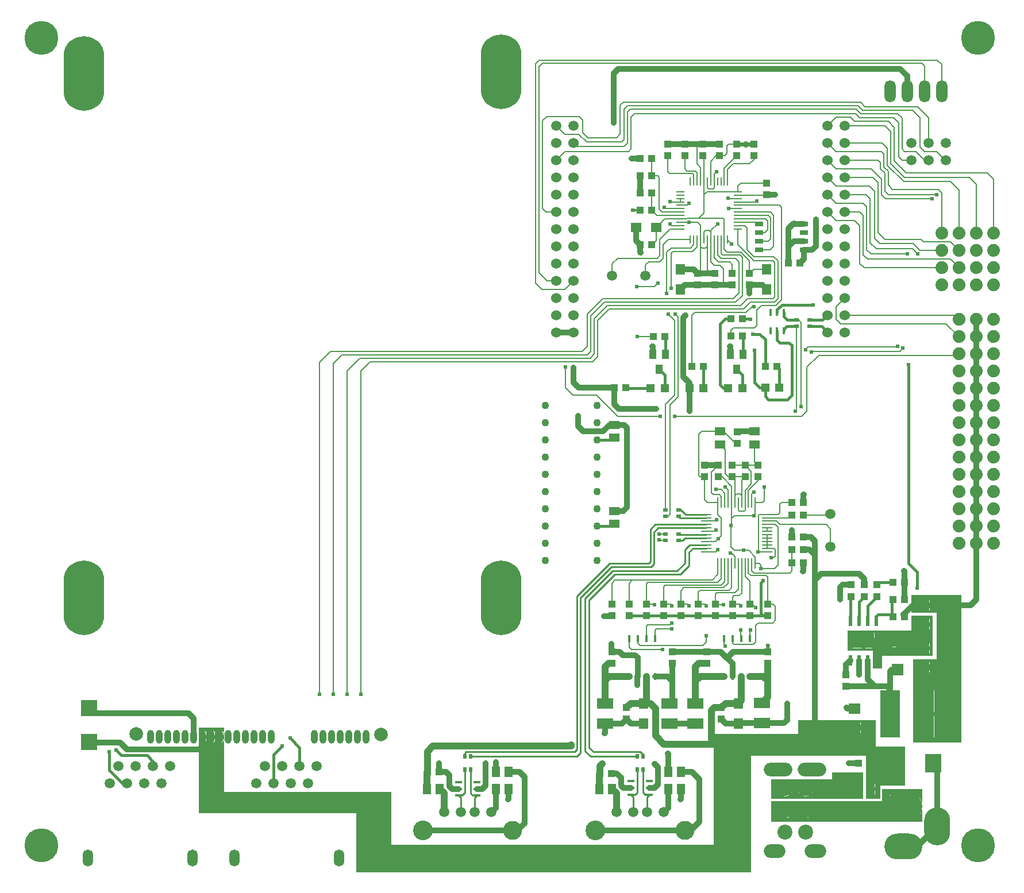
<source format=gtl>
G04 (created by PCBNEW (2013-03-19 BZR 4004)-stable) date 2015/1/22 14:09:10*
%MOIN*%
G04 Gerber Fmt 3.4, Leading zero omitted, Abs format*
%FSLAX34Y34*%
G01*
G70*
G90*
G04 APERTURE LIST*
%ADD10C,0*%
%ADD11R,0.0649606X0.00984252*%
%ADD12R,0.00984252X0.0649606*%
%ADD13R,0.05X0.025*%
%ADD14R,0.11811X0.275591*%
%ADD15R,0.0511X0.059*%
%ADD16R,0.059X0.0511*%
%ADD17R,0.0708X0.0629*%
%ADD18O,0.15X0.22*%
%ADD19O,0.22X0.15*%
%ADD20R,0.0511811X0.00984252*%
%ADD21R,0.00984252X0.0511811*%
%ADD22R,0.015748X0.0393701*%
%ADD23R,0.0393701X0.015748*%
%ADD24C,0.19685*%
%ADD25C,0.06*%
%ADD26C,0.0593*%
%ADD27R,0.023622X0.0629921*%
%ADD28R,0.129921X0.0905512*%
%ADD29C,0.0433071*%
%ADD30R,0.0255906X0.019685*%
%ADD31R,0.019685X0.0255906*%
%ADD32R,0.0393X0.0551*%
%ADD33R,0.0433X0.0393*%
%ADD34R,0.0393X0.0433*%
%ADD35R,0.0472X0.0472*%
%ADD36C,0.0591*%
%ADD37R,0.0944X0.1102*%
%ADD38R,0.0944X0.0944*%
%ADD39R,0.0944X0.0629*%
%ADD40R,0.0551X0.0629*%
%ADD41R,0.0629X0.0551*%
%ADD42R,0.0669291X0.0669291*%
%ADD43C,0.074*%
%ADD44C,0.114173*%
%ADD45C,0.110236*%
%ADD46O,0.0645X0.129*%
%ADD47O,0.23622X0.433071*%
%ADD48C,0.0866142*%
%ADD49O,0.125984X0.0787402*%
%ADD50O,0.165354X0.0787402*%
%ADD51O,0.0590551X0.0984252*%
%ADD52O,0.0393701X0.0787402*%
%ADD53C,0.0787402*%
%ADD54C,0.0240157*%
%ADD55C,0.032*%
%ADD56C,0.024*%
%ADD57C,0.032*%
%ADD58C,0.016*%
%ADD59C,0.008*%
%ADD60C,0.006*%
%ADD61C,0.024*%
%ADD62C,0.04*%
%ADD63C,0.012*%
%ADD64C,0.01*%
%ADD65C,0.001*%
G04 APERTURE END LIST*
G54D10*
G54D11*
X68869Y-59737D03*
X68869Y-59540D03*
X68869Y-59343D03*
X68869Y-59146D03*
X68869Y-58950D03*
X68869Y-58753D03*
X68869Y-58556D03*
X68869Y-58359D03*
X68869Y-58162D03*
X68869Y-57965D03*
X68869Y-57768D03*
X68869Y-57572D03*
G54D12*
X68180Y-56883D03*
X67983Y-56883D03*
X67786Y-56883D03*
X67589Y-56883D03*
X67392Y-56883D03*
X67196Y-56883D03*
X66999Y-56883D03*
X66802Y-56883D03*
X66605Y-56883D03*
X66408Y-56883D03*
X66211Y-56883D03*
X66014Y-56883D03*
G54D11*
X65325Y-57572D03*
X65325Y-57768D03*
X65325Y-57965D03*
X65325Y-58162D03*
X65325Y-58359D03*
X65325Y-58556D03*
X65325Y-58753D03*
X65325Y-58950D03*
X65325Y-59146D03*
X65325Y-59343D03*
X65325Y-59540D03*
X65325Y-59737D03*
G54D12*
X66014Y-60426D03*
X66211Y-60426D03*
X66408Y-60426D03*
X66605Y-60426D03*
X66802Y-60426D03*
X66999Y-60426D03*
X67196Y-60426D03*
X67392Y-60426D03*
X67589Y-60426D03*
X67786Y-60426D03*
X67983Y-60426D03*
X68180Y-60426D03*
G54D13*
X68404Y-40726D03*
X68404Y-41226D03*
X68404Y-41726D03*
X68404Y-42226D03*
X71004Y-42226D03*
X71004Y-41726D03*
X71004Y-41226D03*
X71004Y-40726D03*
G54D14*
X76015Y-69143D03*
X77984Y-69143D03*
G54D15*
X49126Y-73500D03*
X49874Y-73500D03*
X59126Y-73500D03*
X59874Y-73500D03*
X53874Y-73500D03*
X53126Y-73500D03*
X63874Y-73500D03*
X63126Y-73500D03*
X53874Y-72500D03*
X53126Y-72500D03*
X63874Y-72500D03*
X63126Y-72500D03*
X74126Y-73500D03*
X74874Y-73500D03*
G54D16*
X66147Y-52755D03*
X66147Y-53503D03*
X68147Y-52755D03*
X68147Y-53503D03*
G54D17*
X77945Y-66439D03*
X77945Y-65337D03*
X77945Y-62837D03*
X77945Y-63939D03*
X73945Y-69939D03*
X73945Y-68837D03*
G54D18*
X78750Y-75680D03*
G54D19*
X76780Y-74500D03*
X76780Y-76860D03*
G54D20*
X63829Y-38846D03*
X63829Y-39043D03*
X63829Y-39240D03*
X63829Y-39437D03*
X63829Y-39633D03*
X63829Y-39830D03*
X63829Y-40027D03*
X63829Y-40224D03*
X63829Y-40421D03*
X63829Y-40618D03*
X63829Y-40814D03*
X63829Y-41011D03*
G54D21*
X64419Y-41602D03*
X64616Y-41602D03*
X64813Y-41602D03*
X65010Y-41602D03*
X65207Y-41602D03*
X65403Y-41602D03*
X65600Y-41602D03*
X65797Y-41602D03*
X65994Y-41602D03*
X66191Y-41602D03*
X66388Y-41602D03*
X66585Y-41602D03*
G54D20*
X67175Y-41011D03*
X67175Y-40814D03*
X67175Y-40618D03*
X67175Y-40421D03*
X67175Y-40224D03*
X67175Y-40027D03*
X67175Y-39830D03*
X67175Y-39633D03*
X67175Y-39437D03*
X67175Y-39240D03*
X67175Y-39043D03*
X67175Y-38846D03*
G54D21*
X66585Y-38255D03*
X66388Y-38255D03*
X66191Y-38255D03*
X65994Y-38255D03*
X65797Y-38255D03*
X65600Y-38255D03*
X65403Y-38255D03*
X65207Y-38255D03*
X65010Y-38255D03*
X64813Y-38255D03*
X64616Y-38255D03*
X64419Y-38255D03*
G54D22*
X69454Y-46909D03*
X69848Y-46909D03*
X69848Y-45846D03*
X69454Y-45846D03*
X69061Y-45846D03*
X69061Y-46909D03*
G54D23*
X60966Y-73450D03*
X60966Y-73843D03*
X62029Y-73843D03*
X62029Y-73450D03*
X62029Y-73056D03*
X60966Y-73056D03*
X50966Y-73500D03*
X50966Y-73893D03*
X52029Y-73893D03*
X52029Y-73500D03*
X52029Y-73106D03*
X50966Y-73106D03*
G54D24*
X81102Y-76771D03*
X26771Y-76771D03*
X81102Y-29921D03*
G54D25*
X57631Y-47001D03*
X56631Y-47001D03*
X57631Y-46001D03*
X56631Y-46001D03*
X57631Y-45001D03*
X56631Y-45001D03*
X57631Y-44001D03*
X56631Y-44001D03*
X57631Y-43001D03*
X56631Y-43001D03*
X57631Y-42001D03*
X56631Y-42001D03*
X57631Y-41001D03*
X56631Y-41001D03*
X57631Y-40001D03*
X56631Y-40001D03*
X57631Y-39001D03*
X56631Y-39001D03*
X57631Y-38001D03*
X56631Y-38001D03*
X57631Y-37001D03*
X56631Y-37001D03*
X57631Y-36001D03*
X56631Y-36001D03*
G54D26*
X57631Y-35001D03*
X56631Y-35001D03*
G54D25*
X73379Y-47001D03*
X72379Y-47001D03*
X73379Y-46001D03*
X72379Y-46001D03*
X73379Y-45001D03*
X72379Y-45001D03*
X73379Y-44001D03*
X72379Y-44001D03*
X73379Y-43001D03*
X72379Y-43001D03*
X73379Y-42001D03*
X72379Y-42001D03*
X73379Y-41001D03*
X72379Y-41001D03*
X73379Y-40001D03*
X72379Y-40001D03*
X73379Y-39001D03*
X72379Y-39001D03*
X73379Y-38001D03*
X72379Y-38001D03*
X73379Y-37001D03*
X72379Y-37001D03*
X73379Y-36001D03*
X72379Y-36001D03*
G54D26*
X73379Y-35001D03*
X72379Y-35001D03*
G54D27*
X73695Y-66038D03*
X74195Y-66038D03*
X74695Y-66038D03*
X75195Y-66038D03*
X75195Y-63738D03*
X74695Y-63738D03*
X74195Y-63738D03*
X73695Y-63738D03*
G54D28*
X74445Y-64888D03*
G54D29*
X59000Y-60250D03*
X59000Y-59250D03*
X59000Y-58250D03*
X59000Y-57250D03*
X59000Y-56250D03*
X59000Y-55250D03*
X59000Y-54250D03*
X59000Y-53250D03*
X59000Y-52250D03*
X59000Y-51250D03*
X56000Y-51250D03*
X56000Y-52250D03*
X56000Y-53250D03*
X56000Y-54250D03*
X56000Y-55250D03*
X56000Y-56250D03*
X56000Y-57250D03*
X56000Y-58250D03*
X56000Y-59250D03*
X56000Y-60250D03*
G54D30*
X71328Y-46299D03*
X71328Y-46653D03*
X70580Y-46653D03*
X70580Y-46299D03*
G54D31*
X61322Y-71625D03*
X61677Y-71625D03*
X61677Y-72374D03*
X61322Y-72374D03*
G54D30*
X63724Y-58722D03*
X63724Y-59077D03*
X62975Y-59077D03*
X62975Y-58722D03*
G54D31*
X51322Y-71625D03*
X51677Y-71625D03*
X51677Y-72374D03*
X51322Y-72374D03*
G54D32*
X67472Y-48293D03*
X66724Y-48293D03*
X67098Y-49159D03*
X62972Y-48293D03*
X62224Y-48293D03*
X62598Y-49159D03*
G54D33*
X74500Y-62334D03*
X74500Y-61666D03*
X67102Y-36095D03*
X67102Y-36763D03*
X66852Y-43595D03*
X66852Y-44263D03*
G54D34*
X66764Y-47226D03*
X67432Y-47226D03*
G54D33*
X68347Y-54720D03*
X68347Y-55388D03*
G54D34*
X67432Y-46226D03*
X66764Y-46226D03*
X62266Y-47250D03*
X62934Y-47250D03*
G54D33*
X60860Y-62795D03*
X60860Y-63463D03*
G54D34*
X76166Y-62500D03*
X76834Y-62500D03*
X76834Y-63500D03*
X76166Y-63500D03*
X60014Y-50226D03*
X60682Y-50226D03*
X64514Y-48976D03*
X65182Y-48976D03*
G54D33*
X68102Y-36095D03*
X68102Y-36763D03*
G54D34*
X76834Y-61500D03*
X76166Y-61500D03*
X68764Y-48976D03*
X69432Y-48976D03*
G54D33*
X63860Y-62795D03*
X63860Y-63463D03*
X66860Y-62795D03*
X66860Y-63463D03*
X68897Y-62795D03*
X68897Y-63463D03*
X65860Y-62795D03*
X65860Y-63463D03*
X61860Y-62795D03*
X61860Y-63463D03*
X64860Y-62795D03*
X64860Y-63463D03*
X62860Y-62795D03*
X62860Y-63463D03*
G54D34*
X62186Y-38929D03*
X61518Y-38929D03*
X62186Y-39929D03*
X61518Y-39929D03*
G54D33*
X67860Y-62795D03*
X67860Y-63463D03*
X64102Y-36095D03*
X64102Y-36763D03*
X63102Y-36095D03*
X63102Y-36763D03*
G54D34*
X62186Y-36929D03*
X61518Y-36929D03*
X70981Y-59629D03*
X70313Y-59629D03*
X70981Y-60379D03*
X70313Y-60379D03*
X70313Y-57629D03*
X70981Y-57629D03*
G54D35*
X66610Y-50251D03*
X67436Y-50251D03*
X62110Y-50251D03*
X62936Y-50251D03*
X69586Y-50201D03*
X68760Y-50201D03*
X64360Y-50251D03*
X65186Y-50251D03*
G54D36*
X59887Y-43726D03*
X61809Y-43726D03*
G54D37*
X76010Y-72000D03*
X78490Y-72000D03*
G54D38*
X29550Y-70784D03*
X29550Y-68816D03*
G54D39*
X64716Y-68539D03*
X64716Y-69719D03*
X63216Y-68539D03*
X63216Y-69719D03*
X59466Y-68539D03*
X59466Y-69719D03*
X68578Y-68518D03*
X68578Y-69698D03*
G54D40*
X61716Y-68539D03*
X61716Y-69719D03*
X67216Y-68539D03*
X67216Y-69719D03*
X63852Y-43339D03*
X63852Y-44519D03*
G54D41*
X62442Y-40929D03*
X61262Y-40929D03*
G54D40*
X68852Y-43339D03*
X68852Y-44519D03*
G54D16*
X60000Y-58124D03*
X60000Y-57376D03*
X60000Y-53124D03*
X60000Y-52376D03*
G54D34*
X68897Y-66213D03*
X68897Y-65545D03*
G54D33*
X70120Y-42976D03*
X70788Y-42976D03*
X62186Y-41929D03*
X61518Y-41929D03*
G54D34*
X67852Y-43595D03*
X67852Y-44263D03*
X68852Y-38345D03*
X68852Y-39013D03*
X65152Y-36763D03*
X65152Y-36095D03*
X64852Y-43595D03*
X64852Y-44263D03*
X65852Y-43595D03*
X65852Y-44263D03*
X66102Y-36763D03*
X66102Y-36095D03*
X66216Y-68795D03*
X66216Y-69463D03*
X60716Y-68795D03*
X60716Y-69463D03*
G54D33*
X49166Y-72500D03*
X49834Y-72500D03*
X59166Y-72600D03*
X59834Y-72600D03*
X70981Y-58879D03*
X70313Y-58879D03*
G54D34*
X66047Y-55388D03*
X66047Y-54720D03*
X67597Y-55388D03*
X67597Y-54720D03*
X66847Y-55388D03*
X66847Y-54720D03*
X67147Y-53463D03*
X67147Y-52795D03*
G54D33*
X70313Y-56879D03*
X70981Y-56879D03*
G54D34*
X65247Y-55388D03*
X65247Y-54720D03*
X59860Y-63463D03*
X59860Y-62795D03*
X65360Y-66213D03*
X65360Y-65545D03*
X59860Y-66213D03*
X59860Y-65545D03*
X63360Y-66213D03*
X63360Y-65545D03*
X75250Y-61666D03*
X75250Y-62334D03*
X73454Y-66887D03*
X73454Y-67555D03*
X73750Y-61666D03*
X73750Y-62334D03*
G54D33*
X74834Y-72000D03*
X74166Y-72000D03*
X62186Y-37929D03*
X61518Y-37929D03*
G54D42*
X76445Y-64930D03*
X76445Y-66583D03*
G54D22*
X62360Y-64779D03*
X61860Y-64779D03*
X61360Y-64779D03*
X60860Y-64779D03*
X62360Y-66979D03*
X61860Y-66979D03*
X61360Y-66979D03*
X60860Y-66979D03*
X67860Y-64779D03*
X67360Y-64779D03*
X66860Y-64779D03*
X66360Y-64779D03*
X67860Y-66979D03*
X67360Y-66979D03*
X66860Y-66979D03*
X66360Y-66979D03*
G54D30*
X63724Y-57322D03*
X63724Y-57677D03*
X62975Y-57677D03*
X62975Y-57322D03*
G54D43*
X82000Y-50250D03*
X81000Y-50250D03*
X80000Y-50250D03*
X82000Y-49250D03*
X81000Y-49250D03*
X80000Y-49250D03*
X82000Y-54250D03*
X81000Y-54250D03*
X80000Y-54250D03*
X82000Y-51250D03*
X81000Y-51250D03*
X80000Y-51250D03*
X82000Y-48250D03*
X81000Y-48250D03*
X80000Y-48250D03*
X82000Y-52250D03*
X81000Y-52250D03*
X80000Y-52250D03*
X82000Y-53250D03*
X81000Y-53250D03*
X80000Y-53250D03*
X82000Y-55250D03*
X81000Y-55250D03*
X80000Y-55250D03*
X82000Y-59250D03*
X81000Y-59250D03*
X80000Y-59250D03*
X82000Y-46250D03*
X81000Y-46250D03*
X80000Y-46250D03*
X82000Y-47250D03*
X81000Y-47250D03*
X80000Y-47250D03*
G54D26*
X61106Y-74856D03*
X61893Y-74856D03*
X62877Y-74856D03*
X60122Y-74856D03*
G54D44*
X58901Y-75919D03*
G54D45*
X64098Y-75919D03*
G54D26*
X51106Y-74856D03*
X51893Y-74856D03*
X52877Y-74856D03*
X50122Y-74856D03*
G54D44*
X48901Y-75919D03*
G54D45*
X54098Y-75919D03*
G54D46*
X76000Y-33000D03*
X77000Y-33000D03*
X78000Y-33000D03*
X79000Y-33000D03*
G54D24*
X26771Y-29921D03*
G54D47*
X53444Y-31889D03*
X29232Y-31988D03*
X53444Y-62401D03*
X29232Y-62401D03*
G54D43*
X82000Y-42250D03*
X81000Y-42250D03*
X80000Y-42250D03*
X79000Y-42250D03*
X82000Y-41250D03*
X81000Y-41250D03*
X80000Y-41250D03*
X79000Y-41250D03*
X82000Y-43250D03*
X81000Y-43250D03*
X80000Y-43250D03*
X79000Y-43250D03*
X79000Y-44250D03*
X80000Y-44250D03*
X81000Y-44250D03*
X82000Y-44250D03*
X82000Y-58250D03*
X81000Y-58250D03*
X80000Y-58250D03*
X82000Y-57250D03*
X81000Y-57250D03*
X80000Y-57250D03*
X82000Y-56250D03*
X81000Y-56250D03*
X80000Y-56250D03*
G54D48*
X71090Y-76009D03*
X69909Y-76009D03*
X71090Y-74750D03*
X69909Y-74750D03*
X71090Y-73490D03*
X69909Y-73490D03*
G54D49*
X69318Y-77112D03*
X71681Y-77112D03*
G54D50*
X71484Y-72387D03*
X69515Y-72387D03*
G54D26*
X77250Y-37000D03*
X77250Y-36000D03*
X78250Y-37000D03*
X78250Y-36000D03*
X79250Y-37000D03*
X79250Y-36000D03*
G54D36*
X72550Y-57539D03*
X72550Y-59461D03*
G54D26*
X40750Y-72181D03*
X41250Y-73181D03*
X42250Y-73181D03*
X42750Y-72181D03*
X41750Y-72181D03*
X39250Y-73181D03*
X39750Y-72181D03*
X40250Y-73181D03*
G54D51*
X44031Y-77521D03*
X37968Y-77521D03*
G54D26*
X32250Y-72181D03*
X32750Y-73181D03*
X33750Y-73181D03*
X34250Y-72181D03*
X33250Y-72181D03*
X30750Y-73181D03*
X31250Y-72181D03*
X31750Y-73181D03*
G54D51*
X35531Y-77521D03*
X29468Y-77521D03*
G54D52*
X45620Y-70472D03*
X45120Y-70472D03*
X44620Y-70472D03*
X44120Y-70472D03*
X43620Y-70472D03*
X43120Y-70472D03*
X42620Y-70472D03*
X40120Y-70472D03*
X39620Y-70472D03*
X39120Y-70472D03*
X38620Y-70472D03*
X38120Y-70472D03*
X37620Y-70472D03*
X37120Y-70472D03*
X36620Y-70472D03*
X36120Y-70472D03*
X35620Y-70472D03*
X35120Y-70472D03*
X34620Y-70472D03*
X34120Y-70472D03*
X33620Y-70472D03*
X33120Y-70472D03*
G54D53*
X32283Y-70314D03*
X46456Y-70354D03*
G54D54*
X70450Y-40681D03*
G54D55*
X67625Y-36100D03*
G54D54*
X68650Y-61400D03*
X68025Y-47100D03*
X67900Y-46250D03*
G54D55*
X59975Y-34850D03*
X61000Y-36925D03*
X64150Y-46000D03*
X62425Y-51450D03*
X64375Y-51575D03*
X78850Y-62837D03*
X57625Y-49050D03*
G54D56*
X67517Y-59659D03*
X66777Y-58219D03*
X65897Y-58479D03*
X68697Y-55979D03*
X68497Y-60729D03*
X64402Y-43339D03*
X64352Y-40629D03*
X64352Y-39529D03*
X66652Y-39829D03*
X68097Y-57639D03*
G54D55*
X44300Y-74550D03*
X44300Y-73850D03*
X43000Y-74500D03*
X43000Y-73850D03*
X42100Y-74500D03*
X42100Y-73850D03*
X41000Y-74500D03*
X41000Y-73850D03*
X39950Y-74550D03*
X40000Y-73900D03*
X38850Y-74550D03*
X38850Y-73900D03*
X37850Y-73950D03*
X37850Y-74550D03*
X37000Y-74500D03*
X36200Y-74450D03*
X36200Y-73850D03*
X36200Y-73000D03*
X36150Y-72100D03*
X37050Y-73800D03*
X37100Y-72900D03*
X37100Y-72050D03*
X36600Y-73800D03*
X36600Y-72950D03*
X36600Y-72100D03*
X36600Y-71250D03*
X37100Y-71250D03*
X36120Y-71270D03*
X45550Y-74250D03*
X46250Y-74250D03*
X46250Y-75250D03*
X45550Y-75250D03*
X46250Y-76250D03*
X45550Y-76300D03*
X46400Y-77200D03*
X45550Y-77200D03*
X45550Y-77950D03*
X46400Y-77950D03*
X47150Y-77900D03*
X47150Y-77100D03*
X48050Y-77100D03*
X48050Y-77950D03*
X49050Y-77750D03*
X49050Y-77000D03*
X50050Y-77050D03*
X50050Y-77750D03*
X51000Y-77750D03*
X51000Y-77050D03*
X52100Y-77050D03*
X52100Y-77750D03*
X53100Y-77750D03*
X53100Y-77050D03*
X54100Y-77050D03*
X54100Y-77750D03*
X55200Y-77750D03*
X55200Y-77050D03*
X56500Y-77050D03*
X56500Y-77750D03*
X57650Y-77750D03*
X57650Y-77050D03*
X58800Y-77050D03*
X58800Y-77750D03*
X59950Y-77750D03*
X59950Y-77050D03*
X61100Y-77050D03*
X61100Y-77750D03*
X62400Y-77750D03*
X62450Y-77050D03*
X63350Y-77100D03*
X63350Y-77750D03*
X64400Y-77800D03*
X64400Y-77100D03*
X65350Y-77100D03*
X65250Y-77800D03*
X66300Y-77850D03*
X67300Y-77850D03*
X67350Y-76750D03*
X66300Y-76750D03*
X67350Y-75900D03*
X66350Y-75900D03*
X67350Y-75000D03*
X66400Y-75000D03*
X67300Y-74250D03*
X66450Y-74250D03*
X67300Y-73450D03*
X66450Y-73450D03*
X67300Y-72750D03*
X66450Y-72750D03*
X67300Y-72050D03*
X66450Y-72050D03*
X66450Y-71250D03*
X67300Y-71250D03*
X67300Y-70650D03*
X68050Y-70650D03*
X68050Y-71250D03*
X68800Y-71250D03*
X68800Y-70650D03*
X69550Y-70650D03*
X69550Y-71250D03*
X70350Y-71250D03*
X70350Y-70650D03*
X70950Y-71250D03*
X70950Y-70725D03*
X70950Y-70225D03*
X70950Y-69775D03*
G54D56*
X71650Y-59275D03*
X71550Y-45400D03*
G54D55*
X73050Y-70900D03*
G54D56*
X74204Y-66871D03*
X63050Y-44750D03*
X63150Y-45950D03*
X63300Y-44450D03*
X63550Y-45950D03*
G54D54*
X62550Y-44150D03*
X61300Y-44350D03*
X61350Y-47250D03*
X62900Y-39750D03*
G54D56*
X68275Y-39375D03*
X68100Y-45500D03*
X43700Y-68000D03*
X42900Y-68000D03*
X44500Y-68000D03*
X45300Y-68000D03*
X77600Y-42450D03*
X78700Y-39000D03*
X77000Y-42450D03*
X78450Y-39250D03*
G54D54*
X63500Y-51880D03*
X62680Y-51880D03*
X57160Y-49020D03*
X77060Y-48880D03*
X77560Y-61840D03*
X65800Y-66980D03*
G54D55*
X62350Y-72050D03*
X68900Y-67750D03*
X59300Y-72050D03*
X52550Y-72000D03*
X52800Y-71000D03*
X57500Y-70950D03*
X59450Y-67750D03*
G54D56*
X61075Y-39925D03*
X62847Y-66979D03*
G54D55*
X75750Y-64950D03*
X74445Y-64888D03*
G54D54*
X66000Y-40700D03*
X57900Y-51850D03*
X71700Y-40450D03*
X67850Y-44750D03*
X68150Y-48050D03*
X66700Y-47800D03*
X62200Y-47800D03*
X53150Y-71950D03*
X53850Y-74100D03*
X71000Y-56400D03*
X73100Y-62500D03*
X76800Y-60850D03*
X73600Y-72000D03*
X70050Y-68550D03*
X60400Y-73000D03*
X63100Y-71450D03*
X63850Y-74100D03*
X49850Y-72000D03*
G54D56*
X66747Y-59829D03*
X65997Y-59629D03*
X69352Y-39029D03*
X66802Y-41879D03*
X63252Y-40729D03*
X66352Y-44263D03*
X63252Y-39429D03*
X65952Y-37679D03*
X64652Y-36095D03*
X61518Y-38429D03*
X61552Y-42379D03*
G54D55*
X77254Y-65337D03*
X73479Y-68794D03*
G54D56*
X68897Y-65179D03*
X68097Y-56279D03*
X65647Y-54720D03*
X69097Y-60079D03*
X70947Y-60879D03*
X70297Y-58479D03*
X61347Y-67479D03*
X59847Y-65079D03*
X59397Y-63479D03*
X67647Y-52755D03*
X65947Y-57879D03*
G54D54*
X63997Y-69719D03*
X59447Y-70279D03*
G54D55*
X77945Y-64621D03*
G54D56*
X66037Y-58979D03*
X68337Y-59739D03*
X40750Y-71000D03*
X41200Y-70550D03*
X31100Y-71250D03*
X30700Y-71350D03*
X66602Y-39229D03*
X67347Y-64279D03*
X67347Y-62879D03*
X65347Y-64629D03*
X65347Y-62879D03*
X63347Y-64229D03*
X62347Y-62829D03*
X64347Y-62879D03*
X62797Y-65429D03*
X63347Y-63879D03*
X63347Y-62879D03*
X70850Y-51300D03*
X65897Y-56129D03*
X70500Y-51575D03*
X66447Y-55979D03*
X67897Y-64279D03*
X66347Y-62829D03*
X68197Y-62979D03*
X66447Y-65204D03*
X76750Y-47925D03*
X71450Y-48150D03*
X62600Y-58700D03*
X76425Y-47825D03*
X62600Y-59050D03*
X71100Y-48000D03*
G54D57*
X70450Y-40681D02*
X70494Y-40726D01*
X70494Y-40726D02*
X71004Y-40726D01*
G54D58*
X68764Y-48976D02*
X68764Y-47414D01*
X68764Y-47414D02*
X68450Y-47100D01*
X68450Y-47100D02*
X68025Y-47100D01*
G54D57*
X67625Y-36100D02*
X67625Y-36095D01*
G54D58*
X68897Y-63463D02*
X68663Y-63463D01*
X68663Y-63463D02*
X68500Y-63300D01*
X68500Y-63300D02*
X68500Y-61550D01*
X68500Y-61550D02*
X68650Y-61400D01*
X67900Y-46250D02*
X67876Y-46226D01*
X67876Y-46226D02*
X67432Y-46226D01*
G54D57*
X59975Y-34850D02*
X59975Y-31975D01*
X59975Y-31975D02*
X60250Y-31700D01*
X60250Y-31700D02*
X76575Y-31700D01*
X76575Y-31700D02*
X77000Y-32125D01*
X77000Y-32125D02*
X77000Y-33000D01*
X61000Y-36925D02*
X61004Y-36929D01*
X61004Y-36929D02*
X61518Y-36929D01*
X64360Y-50251D02*
X64360Y-49935D01*
X64360Y-49935D02*
X64000Y-49575D01*
X64000Y-49575D02*
X64000Y-46150D01*
X64000Y-46150D02*
X64150Y-46000D01*
X62425Y-51450D02*
X60275Y-51450D01*
X60275Y-51450D02*
X60014Y-51189D01*
X60014Y-51189D02*
X60014Y-50226D01*
X64375Y-51575D02*
X64360Y-51560D01*
X64360Y-51560D02*
X64360Y-50251D01*
X57625Y-49050D02*
X57625Y-49900D01*
X57625Y-49900D02*
X57951Y-50226D01*
X57951Y-50226D02*
X60014Y-50226D01*
X56631Y-47001D02*
X57631Y-47001D01*
X81000Y-47250D02*
X81000Y-46250D01*
X81000Y-48250D02*
X81000Y-47250D01*
X81000Y-49250D02*
X81000Y-48250D01*
X81000Y-50250D02*
X81000Y-49250D01*
X81000Y-51250D02*
X81000Y-50250D01*
X81000Y-52250D02*
X81000Y-51250D01*
X81000Y-53250D02*
X81000Y-52250D01*
X81000Y-54250D02*
X81000Y-53250D01*
X81000Y-55250D02*
X81000Y-54250D01*
X81000Y-56250D02*
X81000Y-55250D01*
X81000Y-57250D02*
X81000Y-56250D01*
X81000Y-58250D02*
X81000Y-57250D01*
X81000Y-59250D02*
X81000Y-58250D01*
X77945Y-62837D02*
X78850Y-62837D01*
X78850Y-62837D02*
X80662Y-62837D01*
X80662Y-62837D02*
X81000Y-62500D01*
X81000Y-62500D02*
X81000Y-59250D01*
X77945Y-66439D02*
X78760Y-66439D01*
X78760Y-66439D02*
X79100Y-66100D01*
X79100Y-66100D02*
X79100Y-63075D01*
X79100Y-63075D02*
X78862Y-62837D01*
X78862Y-62837D02*
X77945Y-62837D01*
X77984Y-69143D02*
X77984Y-66478D01*
X77984Y-66478D02*
X77945Y-66439D01*
G54D59*
X65821Y-58556D02*
X65897Y-58479D01*
X65821Y-58556D02*
X65325Y-58556D01*
G54D57*
X71004Y-41726D02*
X70423Y-41726D01*
X70423Y-41726D02*
X70120Y-42029D01*
X70120Y-42976D02*
X70120Y-42029D01*
X70120Y-42029D02*
X70120Y-40979D01*
X70373Y-40726D02*
X71004Y-40726D01*
X70120Y-40979D02*
X70373Y-40726D01*
X77945Y-66439D02*
X77945Y-69105D01*
X77945Y-69105D02*
X77984Y-69143D01*
G54D59*
X68180Y-56883D02*
X68594Y-56883D01*
X68697Y-56779D02*
X68697Y-55979D01*
X68594Y-56883D02*
X68697Y-56779D01*
X65402Y-42029D02*
X65402Y-41603D01*
X65402Y-41603D02*
X65403Y-41602D01*
X65010Y-41602D02*
X65010Y-42037D01*
X65302Y-42129D02*
X65402Y-42029D01*
X65402Y-42029D02*
X65403Y-42027D01*
X65102Y-42129D02*
X65302Y-42129D01*
X65010Y-42037D02*
X65102Y-42129D01*
X67037Y-57639D02*
X66987Y-57639D01*
X68097Y-57639D02*
X67037Y-57639D01*
X66987Y-57639D02*
X66802Y-57825D01*
X68869Y-58162D02*
X69330Y-58162D01*
X69330Y-58162D02*
X69497Y-58329D01*
X69497Y-58329D02*
X69497Y-60529D01*
X69497Y-60529D02*
X69297Y-60729D01*
X69297Y-60729D02*
X68497Y-60729D01*
G54D60*
X68180Y-60426D02*
X68394Y-60426D01*
X68394Y-60426D02*
X68497Y-60529D01*
X68497Y-60529D02*
X68497Y-60729D01*
G54D57*
X64852Y-43595D02*
X65852Y-43595D01*
G54D59*
X65010Y-41602D02*
X65010Y-40787D01*
X64852Y-40629D02*
X64352Y-40629D01*
X65010Y-40787D02*
X64852Y-40629D01*
X63829Y-40618D02*
X64341Y-40618D01*
X64341Y-40618D02*
X64352Y-40629D01*
X63829Y-39633D02*
X64247Y-39633D01*
X64247Y-39633D02*
X64352Y-39529D01*
X67175Y-39830D02*
X66653Y-39830D01*
X66653Y-39830D02*
X66652Y-39829D01*
G54D61*
X67102Y-36095D02*
X67625Y-36095D01*
X67625Y-36095D02*
X68102Y-36095D01*
G54D59*
X66552Y-36479D02*
X66552Y-36629D01*
X66552Y-36479D02*
X66552Y-36179D01*
X66552Y-36179D02*
X66636Y-36095D01*
X66636Y-36095D02*
X67102Y-36095D01*
X66552Y-36629D02*
X66418Y-36763D01*
X66418Y-36763D02*
X66102Y-36763D01*
X65600Y-38255D02*
X65600Y-37080D01*
G54D60*
X65918Y-36763D02*
X66102Y-36763D01*
G54D59*
X65600Y-37080D02*
X65918Y-36763D01*
G54D57*
X63852Y-43339D02*
X64402Y-43339D01*
X64402Y-43339D02*
X64596Y-43339D01*
X64596Y-43339D02*
X64852Y-43595D01*
G54D60*
X65403Y-41602D02*
X65403Y-42027D01*
X65403Y-42027D02*
X65403Y-43380D01*
X65403Y-43380D02*
X65618Y-43595D01*
X65618Y-43595D02*
X65852Y-43595D01*
X65010Y-41602D02*
X65010Y-43437D01*
X65010Y-43437D02*
X64852Y-43595D01*
G54D58*
X61860Y-63463D02*
X60860Y-63463D01*
X62860Y-63463D02*
X61860Y-63463D01*
X63860Y-63463D02*
X62860Y-63463D01*
X63860Y-63463D02*
X64860Y-63463D01*
X65860Y-63463D02*
X64860Y-63463D01*
X66860Y-63463D02*
X65860Y-63463D01*
X67860Y-63463D02*
X66860Y-63463D01*
X68897Y-63463D02*
X67860Y-63463D01*
G54D60*
X66802Y-56883D02*
X66802Y-55934D01*
X66256Y-55388D02*
X66047Y-55388D01*
X66802Y-55934D02*
X66256Y-55388D01*
G54D59*
X66777Y-58219D02*
X66777Y-59459D01*
X66977Y-59659D02*
X67517Y-59659D01*
X66777Y-59459D02*
X66977Y-59659D01*
X68180Y-60426D02*
X68180Y-60042D01*
X68180Y-60042D02*
X67797Y-59659D01*
X67797Y-59659D02*
X67517Y-59659D01*
X66802Y-58195D02*
X66802Y-57825D01*
X66777Y-58219D02*
X66802Y-58195D01*
X66802Y-57825D02*
X66802Y-56883D01*
X68180Y-56883D02*
X68180Y-57557D01*
X68180Y-57557D02*
X68097Y-57639D01*
G54D57*
X77330Y-62837D02*
X76779Y-63388D01*
X77945Y-62837D02*
X77330Y-62837D01*
X30600Y-70800D02*
X29566Y-70800D01*
X29566Y-70800D02*
X29550Y-70784D01*
G54D59*
X43000Y-74500D02*
X44250Y-74500D01*
X44250Y-74500D02*
X44300Y-74550D01*
X42100Y-74500D02*
X43000Y-74500D01*
X41000Y-74500D02*
X42100Y-74500D01*
X39950Y-74550D02*
X40950Y-74550D01*
X40950Y-74550D02*
X41000Y-74500D01*
X38850Y-74550D02*
X39950Y-74550D01*
X37850Y-74550D02*
X38850Y-74550D01*
X37050Y-73800D02*
X37700Y-73800D01*
X37700Y-73800D02*
X37850Y-73950D01*
X36600Y-73800D02*
X36600Y-74100D01*
X36600Y-74100D02*
X37000Y-74500D01*
X36200Y-73000D02*
X36200Y-73850D01*
X36200Y-73000D02*
X36120Y-73000D01*
X36120Y-71270D02*
X36120Y-72070D01*
X36120Y-72070D02*
X36150Y-72100D01*
X37100Y-72050D02*
X37100Y-72900D01*
X36600Y-72950D02*
X36600Y-73800D01*
X36620Y-70472D02*
X36620Y-71229D01*
X36620Y-71229D02*
X36600Y-71250D01*
X36120Y-70472D02*
X36120Y-71270D01*
X46250Y-75250D02*
X46250Y-74250D01*
X45550Y-76300D02*
X45550Y-75250D01*
X45550Y-77200D02*
X45550Y-76300D01*
X45550Y-77950D02*
X45550Y-77200D01*
X47150Y-77900D02*
X46450Y-77900D01*
X46450Y-77900D02*
X46400Y-77950D01*
X48050Y-77100D02*
X47150Y-77100D01*
X49050Y-77750D02*
X48250Y-77750D01*
X48250Y-77750D02*
X48050Y-77950D01*
X50050Y-77050D02*
X49100Y-77050D01*
X49100Y-77050D02*
X49050Y-77000D01*
X51000Y-77750D02*
X50050Y-77750D01*
X52100Y-77050D02*
X51000Y-77050D01*
X53100Y-77750D02*
X52100Y-77750D01*
X54100Y-77050D02*
X53100Y-77050D01*
X55200Y-77750D02*
X54100Y-77750D01*
X56500Y-77050D02*
X55200Y-77050D01*
X57650Y-77750D02*
X56500Y-77750D01*
X58800Y-77050D02*
X57650Y-77050D01*
X59950Y-77750D02*
X58800Y-77750D01*
X61100Y-77050D02*
X59950Y-77050D01*
X62400Y-77750D02*
X61100Y-77750D01*
X63350Y-77100D02*
X62500Y-77100D01*
X62500Y-77100D02*
X62450Y-77050D01*
X64400Y-77800D02*
X63400Y-77800D01*
X63400Y-77800D02*
X63350Y-77750D01*
X64400Y-77100D02*
X64400Y-77800D01*
X65350Y-77100D02*
X64400Y-77100D01*
X65250Y-77800D02*
X65250Y-77200D01*
X65250Y-77200D02*
X65350Y-77100D01*
X66350Y-75900D02*
X66350Y-76700D01*
X66350Y-76700D02*
X66300Y-76750D01*
X67350Y-75000D02*
X67350Y-75900D01*
X67300Y-74250D02*
X67300Y-74950D01*
X67300Y-74950D02*
X67350Y-75000D01*
X66450Y-73450D02*
X66450Y-74250D01*
X67300Y-72750D02*
X67300Y-73450D01*
X66450Y-72750D02*
X66450Y-73450D01*
X67300Y-72050D02*
X67300Y-72750D01*
X67350Y-72700D02*
X67300Y-72750D01*
G54D57*
X70950Y-70725D02*
X70950Y-71250D01*
X70950Y-70225D02*
X70950Y-70725D01*
X73050Y-70900D02*
X72075Y-70900D01*
X72075Y-70900D02*
X70950Y-69775D01*
G54D58*
X71550Y-45400D02*
X69750Y-45400D01*
X69454Y-45846D02*
X69454Y-45695D01*
X69454Y-45695D02*
X69750Y-45400D01*
G54D57*
X74500Y-61666D02*
X74500Y-61325D01*
X74500Y-61325D02*
X74200Y-61025D01*
X74200Y-61025D02*
X72000Y-61025D01*
X72000Y-61025D02*
X71650Y-61375D01*
X71650Y-59950D02*
X71650Y-59275D01*
X71650Y-59275D02*
X71650Y-59125D01*
X71650Y-59125D02*
X71404Y-58879D01*
X71404Y-58879D02*
X70981Y-58879D01*
X70981Y-59629D02*
X71329Y-59629D01*
X71329Y-59629D02*
X71650Y-59950D01*
X71550Y-70900D02*
X71650Y-70800D01*
X71650Y-70800D02*
X71650Y-61375D01*
X71650Y-61375D02*
X71650Y-59950D01*
G54D62*
X62400Y-70150D02*
X62400Y-70425D01*
X62400Y-70425D02*
X62875Y-70900D01*
X66216Y-68795D02*
X65804Y-68795D01*
X65804Y-68795D02*
X65650Y-68950D01*
X65650Y-68950D02*
X65650Y-70625D01*
X65650Y-70625D02*
X65925Y-70900D01*
X61716Y-68539D02*
X62089Y-68539D01*
X62089Y-68539D02*
X62400Y-68850D01*
X62400Y-68850D02*
X62400Y-70150D01*
X62875Y-70900D02*
X65925Y-70900D01*
X65925Y-70900D02*
X67150Y-70900D01*
X73050Y-70900D02*
X71550Y-70900D01*
X71550Y-70900D02*
X67150Y-70900D01*
X67150Y-70900D02*
X66850Y-71200D01*
X66850Y-71200D02*
X66850Y-76950D01*
X66850Y-76950D02*
X66450Y-77350D01*
X66450Y-77350D02*
X46850Y-77350D01*
X46850Y-77350D02*
X46250Y-76750D01*
X46250Y-76750D02*
X46250Y-76250D01*
X46250Y-76250D02*
X46250Y-75250D01*
X46250Y-75250D02*
X46250Y-74550D01*
X46250Y-74550D02*
X45950Y-74250D01*
X45950Y-74250D02*
X45550Y-74250D01*
X45550Y-74250D02*
X36600Y-74250D01*
X36600Y-74250D02*
X36120Y-73770D01*
X36120Y-73770D02*
X36120Y-73000D01*
X36120Y-73000D02*
X36120Y-70472D01*
X73945Y-69939D02*
X73945Y-70654D01*
X73945Y-70654D02*
X73700Y-70900D01*
X73700Y-70900D02*
X73050Y-70900D01*
X73050Y-70900D02*
X73700Y-70900D01*
X73945Y-70654D02*
X73945Y-69939D01*
X73700Y-70900D02*
X73945Y-70654D01*
G54D57*
X36120Y-70472D02*
X36120Y-71029D01*
X29834Y-70800D02*
X29550Y-71084D01*
X31350Y-70800D02*
X30600Y-70800D01*
X30600Y-70800D02*
X29834Y-70800D01*
X31750Y-71200D02*
X31350Y-70800D01*
X35950Y-71200D02*
X31750Y-71200D01*
X36120Y-71029D02*
X35950Y-71200D01*
X74834Y-72000D02*
X74834Y-70284D01*
X74834Y-70284D02*
X74489Y-69939D01*
X74489Y-69939D02*
X73945Y-69939D01*
X74834Y-72000D02*
X76010Y-72000D01*
X74834Y-72000D02*
X74834Y-73460D01*
X74834Y-73460D02*
X74874Y-73500D01*
X74204Y-66871D02*
X74195Y-66871D01*
G54D62*
X61716Y-68539D02*
X60972Y-68539D01*
X60972Y-68539D02*
X60716Y-68795D01*
X61860Y-66979D02*
X61860Y-68396D01*
G54D57*
X61860Y-68396D02*
X61716Y-68539D01*
G54D62*
X67216Y-68539D02*
X66472Y-68539D01*
X66472Y-68539D02*
X66216Y-68795D01*
X67360Y-66979D02*
X67360Y-68396D01*
G54D57*
X67360Y-68396D02*
X67216Y-68539D01*
X74195Y-66038D02*
X74195Y-66871D01*
G54D59*
X78250Y-36000D02*
X78250Y-34550D01*
X78250Y-34550D02*
X77600Y-33900D01*
X77600Y-33900D02*
X74550Y-33900D01*
X58175Y-35125D02*
X58175Y-35400D01*
X58175Y-35400D02*
X58475Y-35700D01*
X58475Y-35700D02*
X60125Y-35700D01*
X60125Y-35700D02*
X60350Y-35475D01*
X60350Y-35475D02*
X60350Y-33825D01*
X60350Y-33825D02*
X60525Y-33650D01*
X55850Y-35450D02*
X55850Y-34725D01*
X55850Y-34725D02*
X56100Y-34475D01*
X56100Y-34475D02*
X57975Y-34475D01*
X57975Y-34475D02*
X58175Y-34675D01*
X58175Y-34675D02*
X58175Y-35125D01*
X56051Y-40001D02*
X56631Y-40001D01*
X55850Y-39800D02*
X56051Y-40001D01*
X55850Y-35450D02*
X55850Y-39800D01*
X74300Y-33650D02*
X60525Y-33650D01*
X74550Y-33900D02*
X74300Y-33650D01*
X77250Y-37000D02*
X76700Y-37000D01*
X76700Y-37000D02*
X76500Y-36800D01*
X76500Y-36800D02*
X76500Y-34850D01*
X76500Y-34850D02*
X76200Y-34550D01*
X76200Y-34550D02*
X74250Y-34550D01*
X74250Y-34550D02*
X74000Y-34300D01*
X58450Y-36500D02*
X60825Y-36500D01*
X60825Y-36500D02*
X60975Y-36350D01*
X60975Y-36350D02*
X60975Y-34500D01*
X60975Y-34500D02*
X61175Y-34300D01*
X56631Y-37001D02*
X57133Y-36500D01*
X76700Y-37000D02*
X77250Y-37000D01*
X61175Y-34300D02*
X74000Y-34300D01*
X58250Y-36500D02*
X58450Y-36500D01*
X57133Y-36500D02*
X58250Y-36500D01*
X77000Y-36500D02*
X76850Y-36500D01*
X76850Y-36500D02*
X76700Y-36350D01*
X76700Y-36350D02*
X76700Y-34550D01*
X76700Y-34550D02*
X76450Y-34300D01*
X76450Y-34300D02*
X74300Y-34300D01*
X74300Y-34300D02*
X74050Y-34050D01*
X57631Y-36001D02*
X57854Y-36225D01*
X57854Y-36225D02*
X60575Y-36225D01*
X60575Y-36225D02*
X60775Y-36025D01*
X60775Y-36025D02*
X60775Y-35800D01*
X60775Y-35800D02*
X60775Y-34225D01*
X60775Y-34225D02*
X60950Y-34050D01*
X78250Y-37000D02*
X78000Y-37000D01*
X74050Y-34050D02*
X60950Y-34050D01*
X77500Y-36500D02*
X77000Y-36500D01*
X78000Y-37000D02*
X77500Y-36500D01*
X77750Y-35950D02*
X77750Y-34550D01*
X77750Y-34550D02*
X77300Y-34100D01*
X77300Y-34100D02*
X74400Y-34100D01*
X74400Y-34100D02*
X74150Y-33850D01*
X60575Y-35250D02*
X60575Y-35825D01*
X60575Y-35825D02*
X60450Y-35950D01*
X60450Y-35950D02*
X58400Y-35950D01*
X58400Y-35950D02*
X57950Y-35500D01*
X60575Y-34200D02*
X60575Y-34050D01*
X60575Y-34050D02*
X60775Y-33850D01*
X60575Y-35250D02*
X60575Y-34200D01*
X79250Y-37000D02*
X79200Y-37000D01*
X57129Y-35500D02*
X56631Y-35001D01*
X57950Y-35500D02*
X57129Y-35500D01*
X74150Y-33850D02*
X60775Y-33850D01*
X77750Y-36250D02*
X77750Y-35950D01*
X78000Y-36500D02*
X77750Y-36250D01*
X78700Y-36500D02*
X78000Y-36500D01*
X79200Y-37000D02*
X78700Y-36500D01*
X73379Y-46001D02*
X79751Y-46001D01*
X79751Y-46001D02*
X80000Y-46250D01*
X73379Y-45001D02*
X72875Y-45506D01*
X72875Y-45506D02*
X72875Y-46250D01*
X72875Y-46250D02*
X73125Y-46500D01*
X73125Y-46500D02*
X79250Y-46500D01*
X79250Y-46500D02*
X80000Y-47250D01*
X55450Y-32250D02*
X55450Y-31400D01*
X55450Y-31400D02*
X55650Y-31200D01*
X55650Y-31200D02*
X78750Y-31200D01*
X78750Y-31200D02*
X79000Y-31450D01*
X79000Y-31450D02*
X79000Y-33000D01*
X57133Y-44500D02*
X57631Y-44001D01*
X55800Y-44500D02*
X57133Y-44500D01*
X55450Y-44150D02*
X55800Y-44500D01*
X55450Y-32250D02*
X55450Y-44150D01*
X74100Y-40001D02*
X74251Y-40001D01*
X74251Y-40001D02*
X74450Y-40200D01*
X73379Y-40001D02*
X74100Y-40001D01*
X74450Y-40200D02*
X74450Y-42500D01*
X74450Y-42500D02*
X74700Y-42750D01*
X74700Y-42750D02*
X79500Y-42750D01*
X79500Y-42750D02*
X80000Y-43250D01*
X73379Y-38001D02*
X75001Y-38001D01*
X75001Y-38001D02*
X75300Y-38300D01*
X75300Y-38300D02*
X75300Y-41200D01*
X75300Y-41200D02*
X75700Y-41600D01*
X75700Y-41600D02*
X77800Y-41600D01*
X77800Y-41600D02*
X77950Y-41750D01*
X78400Y-41750D02*
X77950Y-41750D01*
X79500Y-41750D02*
X80000Y-42250D01*
X78400Y-41750D02*
X79500Y-41750D01*
X73379Y-36001D02*
X75551Y-36001D01*
X75551Y-36001D02*
X75850Y-36300D01*
X75850Y-36300D02*
X75850Y-37300D01*
X79500Y-38250D02*
X80000Y-38750D01*
X76800Y-38250D02*
X79500Y-38250D01*
X75850Y-37300D02*
X76800Y-38250D01*
X80000Y-38750D02*
X80000Y-41250D01*
X79000Y-43250D02*
X74500Y-43250D01*
X74500Y-43250D02*
X74250Y-43000D01*
X74250Y-43000D02*
X74250Y-40800D01*
X74250Y-40800D02*
X73950Y-40500D01*
X72379Y-40001D02*
X72877Y-40500D01*
X72877Y-40500D02*
X73950Y-40500D01*
X73900Y-38500D02*
X74800Y-38500D01*
X74800Y-38500D02*
X75100Y-38800D01*
X75100Y-38800D02*
X75100Y-41550D01*
X75100Y-41550D02*
X75400Y-41850D01*
X75400Y-41850D02*
X77350Y-41850D01*
X77350Y-41850D02*
X77750Y-42250D01*
X72379Y-38001D02*
X72877Y-38500D01*
X77750Y-42250D02*
X79000Y-42250D01*
X72877Y-38500D02*
X73900Y-38500D01*
X74100Y-36500D02*
X75489Y-36500D01*
X75489Y-36500D02*
X75650Y-36660D01*
X75650Y-36660D02*
X75650Y-37400D01*
X78800Y-38700D02*
X76150Y-38700D01*
X76150Y-38700D02*
X75900Y-38450D01*
X75900Y-38450D02*
X75900Y-37650D01*
X75900Y-37650D02*
X75650Y-37400D01*
X73650Y-36500D02*
X74100Y-36500D01*
X78800Y-38700D02*
X79000Y-38900D01*
X72379Y-36001D02*
X72877Y-36500D01*
X79000Y-38900D02*
X79000Y-41250D01*
X72877Y-36500D02*
X73650Y-36500D01*
X68852Y-43339D02*
X68108Y-43339D01*
X68108Y-43339D02*
X67852Y-43595D01*
X66388Y-41602D02*
X66388Y-42188D01*
X67852Y-42852D02*
X67852Y-43595D01*
X67350Y-42350D02*
X67852Y-42852D01*
X66550Y-42350D02*
X67350Y-42350D01*
X66388Y-42188D02*
X66550Y-42350D01*
X63829Y-40421D02*
X62950Y-40421D01*
X62950Y-40421D02*
X62442Y-40929D01*
X62442Y-40929D02*
X62442Y-41673D01*
X62442Y-41673D02*
X62186Y-41929D01*
X68852Y-38345D02*
X67336Y-38345D01*
X67175Y-38505D02*
X67175Y-38846D01*
X67336Y-38345D02*
X67175Y-38505D01*
X66388Y-41602D02*
X66388Y-40464D01*
X66302Y-40379D02*
X64902Y-40379D01*
X66388Y-40464D02*
X66302Y-40379D01*
X67175Y-38846D02*
X65385Y-38846D01*
X65385Y-38846D02*
X65207Y-39024D01*
X65207Y-38255D02*
X65207Y-39024D01*
X65207Y-39024D02*
X65207Y-40074D01*
X65207Y-40074D02*
X64902Y-40379D01*
X64210Y-40421D02*
X63829Y-40421D01*
X64902Y-40379D02*
X64252Y-40379D01*
X64252Y-40379D02*
X64210Y-40421D01*
G54D60*
X68108Y-43339D02*
X67852Y-43595D01*
X65207Y-38255D02*
X65207Y-36817D01*
X65207Y-36817D02*
X65152Y-36763D01*
G54D59*
X63050Y-44750D02*
X63050Y-44600D01*
X62975Y-57322D02*
X62975Y-51174D01*
X62975Y-51174D02*
X63500Y-50650D01*
X63500Y-50650D02*
X63500Y-46300D01*
X63500Y-46300D02*
X63150Y-45950D01*
X63950Y-42100D02*
X63300Y-42100D01*
X63300Y-42100D02*
X63050Y-42350D01*
X63050Y-42350D02*
X63050Y-44600D01*
X63050Y-44600D02*
X63050Y-44650D01*
X64616Y-41602D02*
X64616Y-41933D01*
X64616Y-41933D02*
X64450Y-42100D01*
X64450Y-42100D02*
X63950Y-42100D01*
X63050Y-44650D02*
X63050Y-44700D01*
X63300Y-44450D02*
X63300Y-42400D01*
X63300Y-42400D02*
X63400Y-42300D01*
X63550Y-45950D02*
X63700Y-46100D01*
X63700Y-46100D02*
X63700Y-50750D01*
X63700Y-50750D02*
X63250Y-51200D01*
X63250Y-51200D02*
X63250Y-57550D01*
X63250Y-57550D02*
X63122Y-57677D01*
X63122Y-57677D02*
X62975Y-57677D01*
X64813Y-41602D02*
X64813Y-42036D01*
X64813Y-42036D02*
X64550Y-42300D01*
X64550Y-42300D02*
X63400Y-42300D01*
X63400Y-42300D02*
X63300Y-42400D01*
X67175Y-40027D02*
X69077Y-40027D01*
X69023Y-42226D02*
X68404Y-42226D01*
X69250Y-42000D02*
X69023Y-42226D01*
X69250Y-40200D02*
X69250Y-42000D01*
X69077Y-40027D02*
X69250Y-40200D01*
X67175Y-40224D02*
X68924Y-40224D01*
X68923Y-41726D02*
X68404Y-41726D01*
X69060Y-41589D02*
X68923Y-41726D01*
X69060Y-40360D02*
X69060Y-41589D01*
X68924Y-40224D02*
X69060Y-40360D01*
X67175Y-40421D02*
X68771Y-40421D01*
X68723Y-41226D02*
X68404Y-41226D01*
X68900Y-41050D02*
X68723Y-41226D01*
X68900Y-40550D02*
X68900Y-41050D01*
X68771Y-40421D02*
X68900Y-40550D01*
X67175Y-40618D02*
X68296Y-40618D01*
X68296Y-40618D02*
X68404Y-40726D01*
X62550Y-44150D02*
X62350Y-44350D01*
X62350Y-44350D02*
X61300Y-44350D01*
X61350Y-47250D02*
X62266Y-47250D01*
X63829Y-39830D02*
X62980Y-39830D01*
X62980Y-39830D02*
X62900Y-39750D01*
X68275Y-39375D02*
X68212Y-39437D01*
X68212Y-39437D02*
X67175Y-39437D01*
X68000Y-45500D02*
X68100Y-45500D01*
X64514Y-48976D02*
X64514Y-46010D01*
X64514Y-46010D02*
X64675Y-45850D01*
X64675Y-45850D02*
X67650Y-45850D01*
X67650Y-45850D02*
X68000Y-45500D01*
X68850Y-45450D02*
X69375Y-45450D01*
X69375Y-45450D02*
X69700Y-45125D01*
X69700Y-45125D02*
X69700Y-44925D01*
X67850Y-46750D02*
X68150Y-46750D01*
X68150Y-46750D02*
X68275Y-46625D01*
X68275Y-46625D02*
X68275Y-45700D01*
X68275Y-45700D02*
X68525Y-45450D01*
X69583Y-39633D02*
X69283Y-39633D01*
X69700Y-39750D02*
X69583Y-39633D01*
X69700Y-44925D02*
X69700Y-39750D01*
X68525Y-45450D02*
X68850Y-45450D01*
X67175Y-39633D02*
X69283Y-39633D01*
X66764Y-46885D02*
X66764Y-47226D01*
X66900Y-46750D02*
X66764Y-46885D01*
X67850Y-46750D02*
X66900Y-46750D01*
X62186Y-36929D02*
X62186Y-37929D01*
X63829Y-40027D02*
X62777Y-40027D01*
X62529Y-37929D02*
X62186Y-37929D01*
X62600Y-38000D02*
X62529Y-37929D01*
X62600Y-39850D02*
X62600Y-38000D01*
X62777Y-40027D02*
X62600Y-39850D01*
X57950Y-48300D02*
X58450Y-48300D01*
X67427Y-44650D02*
X67427Y-42979D01*
X66191Y-41602D02*
X66191Y-42229D01*
X66191Y-42418D02*
X66302Y-42529D01*
X66302Y-42529D02*
X67302Y-42529D01*
X67302Y-42529D02*
X67427Y-42654D01*
X67427Y-42654D02*
X67427Y-42979D01*
X66191Y-42229D02*
X66191Y-42418D01*
X67427Y-44872D02*
X67050Y-45250D01*
X67050Y-45250D02*
X59450Y-45250D01*
X59450Y-45250D02*
X58650Y-46050D01*
X58650Y-46050D02*
X58650Y-47850D01*
X67427Y-44650D02*
X67427Y-44872D01*
X43700Y-68000D02*
X43700Y-48800D01*
X43700Y-48800D02*
X44200Y-48300D01*
X44200Y-48300D02*
X57950Y-48300D01*
X58650Y-48100D02*
X58650Y-47850D01*
X58450Y-48300D02*
X58650Y-48100D01*
X58450Y-47250D02*
X58450Y-47800D01*
X42900Y-48750D02*
X42900Y-68000D01*
X43550Y-48100D02*
X42900Y-48750D01*
X58150Y-48100D02*
X43550Y-48100D01*
X58450Y-47800D02*
X58150Y-48100D01*
X66900Y-45056D02*
X59343Y-45056D01*
X58450Y-45950D02*
X58450Y-47250D01*
X59343Y-45056D02*
X58450Y-45950D01*
X67227Y-43204D02*
X67227Y-42904D01*
X66202Y-42729D02*
X65994Y-42521D01*
X67052Y-42729D02*
X66202Y-42729D01*
X67227Y-42904D02*
X67052Y-42729D01*
X67227Y-43204D02*
X67227Y-44729D01*
X67227Y-44729D02*
X66900Y-45056D01*
X66900Y-45056D02*
X66927Y-45029D01*
X65994Y-41602D02*
X65994Y-42521D01*
X68375Y-45050D02*
X69200Y-45050D01*
X69200Y-45050D02*
X69300Y-44950D01*
X58850Y-47500D02*
X58850Y-48250D01*
X67350Y-45450D02*
X59600Y-45450D01*
X59600Y-45450D02*
X58850Y-46200D01*
X58850Y-46200D02*
X58850Y-47500D01*
X67175Y-41011D02*
X67175Y-41925D01*
X67750Y-45050D02*
X67450Y-45350D01*
X69200Y-45050D02*
X68375Y-45050D01*
X68375Y-45050D02*
X67750Y-45050D01*
X69300Y-44950D02*
X69200Y-45050D01*
X69300Y-42950D02*
X69300Y-44950D01*
X69200Y-42850D02*
X69300Y-42950D01*
X68100Y-42850D02*
X69200Y-42850D01*
X67175Y-41925D02*
X68100Y-42850D01*
X67450Y-45350D02*
X67350Y-45450D01*
X44500Y-49250D02*
X44500Y-68000D01*
X45250Y-48500D02*
X44500Y-49250D01*
X58600Y-48500D02*
X45250Y-48500D01*
X58850Y-48250D02*
X58600Y-48500D01*
X59050Y-48400D02*
X59050Y-46500D01*
X58750Y-48700D02*
X59050Y-48400D01*
X45850Y-48700D02*
X58750Y-48700D01*
X45300Y-49250D02*
X45850Y-48700D01*
X45300Y-68000D02*
X45300Y-49250D01*
X67650Y-45500D02*
X67500Y-45650D01*
X67564Y-40814D02*
X67700Y-40950D01*
X67700Y-40950D02*
X67700Y-42200D01*
X67700Y-42200D02*
X68100Y-42600D01*
X68100Y-42600D02*
X69250Y-42600D01*
X69250Y-42600D02*
X69500Y-42850D01*
X69500Y-42850D02*
X69500Y-45050D01*
X69500Y-45050D02*
X69300Y-45250D01*
X69300Y-45250D02*
X67900Y-45250D01*
X67900Y-45250D02*
X67650Y-45500D01*
X67175Y-40814D02*
X67564Y-40814D01*
X59050Y-46310D02*
X59050Y-46500D01*
X59050Y-46500D02*
X59050Y-46950D01*
X59710Y-45650D02*
X59050Y-46310D01*
X67500Y-45650D02*
X59710Y-45650D01*
X62186Y-38929D02*
X62186Y-39929D01*
X63829Y-40224D02*
X62481Y-40224D01*
X62481Y-40224D02*
X62186Y-39929D01*
X59887Y-43726D02*
X59887Y-43012D01*
X59887Y-43012D02*
X60200Y-42700D01*
X60200Y-42700D02*
X62500Y-42700D01*
X62500Y-42700D02*
X62650Y-42550D01*
X62650Y-42550D02*
X62650Y-41600D01*
X62650Y-41600D02*
X63238Y-41011D01*
X63829Y-41011D02*
X63238Y-41011D01*
X63600Y-41602D02*
X63147Y-41602D01*
X63147Y-41602D02*
X62850Y-41900D01*
X62850Y-41900D02*
X62850Y-42700D01*
X62850Y-42700D02*
X62650Y-42900D01*
X62650Y-42900D02*
X62000Y-42900D01*
X62000Y-42900D02*
X61809Y-43090D01*
X61809Y-43090D02*
X61809Y-43726D01*
X63600Y-41602D02*
X64419Y-41602D01*
X78000Y-33000D02*
X78000Y-31550D01*
X78000Y-31550D02*
X77825Y-31375D01*
X77825Y-31375D02*
X55850Y-31375D01*
X55850Y-31375D02*
X55650Y-31575D01*
X55650Y-31575D02*
X55650Y-32250D01*
X55650Y-32250D02*
X55650Y-33950D01*
X56631Y-44001D02*
X56101Y-44001D01*
X55650Y-43550D02*
X55650Y-33950D01*
X56101Y-44001D02*
X55650Y-43550D01*
X77600Y-42450D02*
X77300Y-42150D01*
X77300Y-42150D02*
X75200Y-42150D01*
X75200Y-42150D02*
X74850Y-41800D01*
X74850Y-41800D02*
X74850Y-39250D01*
X74850Y-39250D02*
X74601Y-39001D01*
X73379Y-39001D02*
X74601Y-39001D01*
X74900Y-37001D02*
X75301Y-37001D01*
X75301Y-37001D02*
X75450Y-37150D01*
X75450Y-37150D02*
X75450Y-37500D01*
X78700Y-39000D02*
X75900Y-39000D01*
X75900Y-39000D02*
X75700Y-38800D01*
X75700Y-38800D02*
X75700Y-37750D01*
X75700Y-37750D02*
X75450Y-37500D01*
X73379Y-37001D02*
X74900Y-37001D01*
X77150Y-37750D02*
X76950Y-37750D01*
X76950Y-37750D02*
X76250Y-37050D01*
X76250Y-37050D02*
X76250Y-35100D01*
X76250Y-35100D02*
X75900Y-34750D01*
X75900Y-34750D02*
X73950Y-34750D01*
X73950Y-34750D02*
X73700Y-34500D01*
X73700Y-34500D02*
X72881Y-34500D01*
X81650Y-37750D02*
X82000Y-38100D01*
X76950Y-37750D02*
X77150Y-37750D01*
X77150Y-37750D02*
X81650Y-37750D01*
X72379Y-35001D02*
X72881Y-34500D01*
X82000Y-38100D02*
X82000Y-41250D01*
X74650Y-40200D02*
X74650Y-39700D01*
X74650Y-39700D02*
X74450Y-39500D01*
X73450Y-39500D02*
X74450Y-39500D01*
X74650Y-40200D02*
X74650Y-42200D01*
X74650Y-42200D02*
X74900Y-42450D01*
X74900Y-42450D02*
X77000Y-42450D01*
X72379Y-39001D02*
X72877Y-39500D01*
X72877Y-39500D02*
X73450Y-39500D01*
X78450Y-39250D02*
X75750Y-39250D01*
X75750Y-39250D02*
X75500Y-39000D01*
X75500Y-39000D02*
X75500Y-38100D01*
X75500Y-38100D02*
X74900Y-37500D01*
X74900Y-37500D02*
X74850Y-37500D01*
X73900Y-37500D02*
X74850Y-37500D01*
X72379Y-37001D02*
X72877Y-37500D01*
X72877Y-37500D02*
X73900Y-37500D01*
X73379Y-35001D02*
X75701Y-35001D01*
X75701Y-35001D02*
X76050Y-35350D01*
X76050Y-35350D02*
X76050Y-37200D01*
X80600Y-38000D02*
X81000Y-38400D01*
X76850Y-38000D02*
X80600Y-38000D01*
X76050Y-37200D02*
X76850Y-38000D01*
X81000Y-38400D02*
X81000Y-41250D01*
X70880Y-51880D02*
X63500Y-51880D01*
X62680Y-51880D02*
X60200Y-51880D01*
X60200Y-51880D02*
X58960Y-50640D01*
X58960Y-50640D02*
X57600Y-50640D01*
X57600Y-50640D02*
X57160Y-50200D01*
X57160Y-50200D02*
X57160Y-49020D01*
X80000Y-48250D02*
X79910Y-48340D01*
X79910Y-48340D02*
X71860Y-48340D01*
X71860Y-48340D02*
X71180Y-49020D01*
X71180Y-49020D02*
X71180Y-51580D01*
X71180Y-51580D02*
X70880Y-51880D01*
G54D58*
X71328Y-46299D02*
X72082Y-46299D01*
X72082Y-46299D02*
X72379Y-46001D01*
X71328Y-46653D02*
X72031Y-46653D01*
X72031Y-46653D02*
X72379Y-47001D01*
X77060Y-48880D02*
X77060Y-60420D01*
X77060Y-60420D02*
X77560Y-60920D01*
X77560Y-60920D02*
X77560Y-61840D01*
X65800Y-66980D02*
X65800Y-66979D01*
G54D62*
X64716Y-66925D02*
X64716Y-66411D01*
X64716Y-66411D02*
X64913Y-66213D01*
X64913Y-66213D02*
X65360Y-66213D01*
X66360Y-66979D02*
X65800Y-66979D01*
X65800Y-66979D02*
X64997Y-66979D01*
X64997Y-66979D02*
X64716Y-67261D01*
G54D57*
X65360Y-66213D02*
X64913Y-66213D01*
G54D62*
X64716Y-66411D02*
X64716Y-66925D01*
X64716Y-66925D02*
X64716Y-67261D01*
X64716Y-67261D02*
X64716Y-68539D01*
G54D57*
X64913Y-66213D02*
X64716Y-66411D01*
G54D62*
X59166Y-72600D02*
X59166Y-72184D01*
X59166Y-72184D02*
X59300Y-72050D01*
X59126Y-73500D02*
X59126Y-72640D01*
X59126Y-72640D02*
X59166Y-72600D01*
G54D57*
X62029Y-73450D02*
X62350Y-73450D01*
X62350Y-73450D02*
X62550Y-73250D01*
X62550Y-73250D02*
X62550Y-72250D01*
X62550Y-72250D02*
X62350Y-72050D01*
X68900Y-67750D02*
X68897Y-67750D01*
X59166Y-72600D02*
X59166Y-72184D01*
X59166Y-72184D02*
X59300Y-72050D01*
X59166Y-72600D02*
X59166Y-73460D01*
X59166Y-73460D02*
X59126Y-73500D01*
G54D62*
X67860Y-66979D02*
X68647Y-66979D01*
X68647Y-66979D02*
X68897Y-67229D01*
X68897Y-66213D02*
X68897Y-67229D01*
X68897Y-67229D02*
X68897Y-67750D01*
X68897Y-67750D02*
X68897Y-68199D01*
X68897Y-68199D02*
X68578Y-68518D01*
X52800Y-71000D02*
X57469Y-71000D01*
X57469Y-71000D02*
X57519Y-70950D01*
X57519Y-70950D02*
X57519Y-71000D01*
X49166Y-72500D02*
X49166Y-71334D01*
X49166Y-71334D02*
X49480Y-71019D01*
X49480Y-71019D02*
X52800Y-71019D01*
X52800Y-71019D02*
X52800Y-71000D01*
X49126Y-73500D02*
X49126Y-72540D01*
X49126Y-72540D02*
X49166Y-72500D01*
G54D57*
X52029Y-73500D02*
X52350Y-73500D01*
X52350Y-73500D02*
X52550Y-73300D01*
X52550Y-73300D02*
X52550Y-72000D01*
X49166Y-72500D02*
X49166Y-71334D01*
X49166Y-71334D02*
X49500Y-71000D01*
X49500Y-71000D02*
X52800Y-71000D01*
X52800Y-71000D02*
X57519Y-71000D01*
X57519Y-71000D02*
X57450Y-71000D01*
X57450Y-71000D02*
X57500Y-70950D01*
X59450Y-67750D02*
X59466Y-67750D01*
X49166Y-72500D02*
X49166Y-73460D01*
X49166Y-73460D02*
X49126Y-73500D01*
G54D62*
X60860Y-66979D02*
X59747Y-66979D01*
G54D57*
X59747Y-66979D02*
X59466Y-67261D01*
G54D62*
X59860Y-66213D02*
X59663Y-66213D01*
X59466Y-66411D02*
X59466Y-67261D01*
X59466Y-67261D02*
X59466Y-67750D01*
X59466Y-67750D02*
X59466Y-68539D01*
X59663Y-66213D02*
X59466Y-66411D01*
G54D63*
X61075Y-39925D02*
X61079Y-39929D01*
X61079Y-39929D02*
X61518Y-39929D01*
G54D57*
X62360Y-66979D02*
X62847Y-66979D01*
X62847Y-66979D02*
X63097Y-66979D01*
X63097Y-66979D02*
X63360Y-67242D01*
X63360Y-66213D02*
X63360Y-67242D01*
X63360Y-67242D02*
X63360Y-68396D01*
X63360Y-68396D02*
X63216Y-68539D01*
X75750Y-64950D02*
X75750Y-64930D01*
X75750Y-64930D02*
X75704Y-64930D01*
X30900Y-69116D02*
X29850Y-69116D01*
X29850Y-69116D02*
X29550Y-68816D01*
G54D59*
X65600Y-41602D02*
X65600Y-41099D01*
X65600Y-41099D02*
X66000Y-40700D01*
G54D57*
X60000Y-52376D02*
X59724Y-52376D01*
X59724Y-52376D02*
X59350Y-52750D01*
X59350Y-52750D02*
X58200Y-52750D01*
X58200Y-52750D02*
X57900Y-52450D01*
X57900Y-52450D02*
X57900Y-51850D01*
X60000Y-57376D02*
X60524Y-57376D01*
X60524Y-57376D02*
X60750Y-57150D01*
X60750Y-57150D02*
X60750Y-52550D01*
X60750Y-52550D02*
X60576Y-52376D01*
X60576Y-52376D02*
X60000Y-52376D01*
X71004Y-42226D02*
X71473Y-42226D01*
X71473Y-42226D02*
X71700Y-42000D01*
X71700Y-42000D02*
X71700Y-40450D01*
X67852Y-44263D02*
X67852Y-44747D01*
X67852Y-44747D02*
X67850Y-44750D01*
G54D58*
X68760Y-50201D02*
X68760Y-50710D01*
X68760Y-50710D02*
X68950Y-50900D01*
X68950Y-50900D02*
X70050Y-50900D01*
X70050Y-50900D02*
X70300Y-50650D01*
X70300Y-50650D02*
X70300Y-47750D01*
X70300Y-47750D02*
X70150Y-47600D01*
X70150Y-47600D02*
X69600Y-47600D01*
X69600Y-47600D02*
X69454Y-47454D01*
X69454Y-47454D02*
X69454Y-46909D01*
X68760Y-50201D02*
X68451Y-50201D01*
X68451Y-50201D02*
X68150Y-49900D01*
X68150Y-49900D02*
X68150Y-48050D01*
G54D57*
X66724Y-48293D02*
X66724Y-47824D01*
X66724Y-47824D02*
X66700Y-47800D01*
X62224Y-48293D02*
X62224Y-47824D01*
X62224Y-47824D02*
X62200Y-47800D01*
X53126Y-72500D02*
X53126Y-71974D01*
X53126Y-71974D02*
X53150Y-71950D01*
X53874Y-73500D02*
X53874Y-74076D01*
X53874Y-74076D02*
X53850Y-74100D01*
X70981Y-56879D02*
X70981Y-56418D01*
X70981Y-56418D02*
X71000Y-56400D01*
X73750Y-61666D02*
X73234Y-61666D01*
X73234Y-61666D02*
X73100Y-61800D01*
X73100Y-61800D02*
X73100Y-62500D01*
X76834Y-61500D02*
X76834Y-60884D01*
X76834Y-60884D02*
X76800Y-60850D01*
X78750Y-75680D02*
X78750Y-72260D01*
X78750Y-72260D02*
X78490Y-72000D01*
X76780Y-76860D02*
X77570Y-76860D01*
X77570Y-76860D02*
X78750Y-75680D01*
X74166Y-72000D02*
X73600Y-72000D01*
X68578Y-69698D02*
X69851Y-69698D01*
X69851Y-69698D02*
X70050Y-69500D01*
X70050Y-69500D02*
X70050Y-68550D01*
X60966Y-73450D02*
X60550Y-73450D01*
X60550Y-73450D02*
X60400Y-73300D01*
X60400Y-73300D02*
X60400Y-73000D01*
X60400Y-73000D02*
X60400Y-72850D01*
X60400Y-72850D02*
X60150Y-72600D01*
X60150Y-72600D02*
X59834Y-72600D01*
X63126Y-72500D02*
X63126Y-71476D01*
X63126Y-71476D02*
X63100Y-71450D01*
X63874Y-73500D02*
X63874Y-74076D01*
X63874Y-74076D02*
X63850Y-74100D01*
X49834Y-72500D02*
X49834Y-72016D01*
X49834Y-72016D02*
X49850Y-72000D01*
X50966Y-73500D02*
X50600Y-73500D01*
X50600Y-73500D02*
X50450Y-73350D01*
X50450Y-73350D02*
X50450Y-72700D01*
X50450Y-72700D02*
X50250Y-72500D01*
X50250Y-72500D02*
X49834Y-72500D01*
X61360Y-66979D02*
X61360Y-65880D01*
X61360Y-65880D02*
X61220Y-65740D01*
X61220Y-65740D02*
X60500Y-65740D01*
X60500Y-65740D02*
X60305Y-65545D01*
X60305Y-65545D02*
X59860Y-65545D01*
X68897Y-65545D02*
X66894Y-65545D01*
X66894Y-65545D02*
X66540Y-65900D01*
X65360Y-65545D02*
X66185Y-65545D01*
X66185Y-65545D02*
X66540Y-65900D01*
X66540Y-65900D02*
X66860Y-66220D01*
X66860Y-66220D02*
X66860Y-66979D01*
X76834Y-62500D02*
X76834Y-61500D01*
X29550Y-69116D02*
X30900Y-69116D01*
X30900Y-69116D02*
X35316Y-69116D01*
X35620Y-69420D02*
X35620Y-70472D01*
X35316Y-69116D02*
X35620Y-69420D01*
G54D59*
X66999Y-60031D02*
X66797Y-59829D01*
X66797Y-59829D02*
X66747Y-59829D01*
X66999Y-60426D02*
X66999Y-60031D01*
X65890Y-59737D02*
X65997Y-59629D01*
X65325Y-59737D02*
X65890Y-59737D01*
G54D57*
X71004Y-42226D02*
X71004Y-42760D01*
X71004Y-42760D02*
X70788Y-42976D01*
X68852Y-39013D02*
X69336Y-39013D01*
X69336Y-39013D02*
X69352Y-39029D01*
G54D59*
X66585Y-41602D02*
X66585Y-41661D01*
X66585Y-41661D02*
X66802Y-41879D01*
X63829Y-40814D02*
X63338Y-40814D01*
X63338Y-40814D02*
X63252Y-40729D01*
X65600Y-41602D02*
X65600Y-42927D01*
G54D57*
X66352Y-44263D02*
X66852Y-44263D01*
X65852Y-44263D02*
X66352Y-44263D01*
G54D59*
X66352Y-43329D02*
X66352Y-44263D01*
X66152Y-43129D02*
X66352Y-43329D01*
X65802Y-43129D02*
X66152Y-43129D01*
X65600Y-42927D02*
X65802Y-43129D01*
X65207Y-41602D02*
X65207Y-41174D01*
X65600Y-41177D02*
X65600Y-41602D01*
X65502Y-41079D02*
X65600Y-41177D01*
X65302Y-41079D02*
X65502Y-41079D01*
X65207Y-41174D02*
X65302Y-41079D01*
X67175Y-39043D02*
X68822Y-39043D01*
X68822Y-39043D02*
X68852Y-39013D01*
X63829Y-39437D02*
X63260Y-39437D01*
X63260Y-39437D02*
X63252Y-39429D01*
X63829Y-39240D02*
X63829Y-39437D01*
X65797Y-38255D02*
X65797Y-37833D01*
X65797Y-37833D02*
X65952Y-37679D01*
X65695Y-38686D02*
X65745Y-38686D01*
X65403Y-38630D02*
X65459Y-38686D01*
X65459Y-38686D02*
X65652Y-38686D01*
X65403Y-38255D02*
X65403Y-38630D01*
X65652Y-38686D02*
X65695Y-38686D01*
X65797Y-38633D02*
X65797Y-38255D01*
X65745Y-38686D02*
X65797Y-38633D01*
X65010Y-38255D02*
X65010Y-37437D01*
X64802Y-36245D02*
X64652Y-36095D01*
X64802Y-37229D02*
X64802Y-36245D01*
X65010Y-37437D02*
X64802Y-37229D01*
G54D57*
X61518Y-37929D02*
X61518Y-38429D01*
X61518Y-38429D02*
X61518Y-38929D01*
X61518Y-41929D02*
X61518Y-42345D01*
X61518Y-42345D02*
X61552Y-42379D01*
X61262Y-40929D02*
X61262Y-41673D01*
X61262Y-41673D02*
X61518Y-41929D01*
X64102Y-36095D02*
X63102Y-36095D01*
X65152Y-36095D02*
X64652Y-36095D01*
X64652Y-36095D02*
X64102Y-36095D01*
X66102Y-36095D02*
X65152Y-36095D01*
X67852Y-44263D02*
X68302Y-44263D01*
X68302Y-44263D02*
X68596Y-44263D01*
X68596Y-44263D02*
X68852Y-44519D01*
X64852Y-44263D02*
X64108Y-44263D01*
X64108Y-44263D02*
X63852Y-44519D01*
X64852Y-44263D02*
X65852Y-44263D01*
X73945Y-68837D02*
X73522Y-68837D01*
X73522Y-68837D02*
X73479Y-68794D01*
G54D58*
X68947Y-65199D02*
X68947Y-65179D01*
X68947Y-65179D02*
X68897Y-65179D01*
X68897Y-65249D02*
X68947Y-65199D01*
X68897Y-65249D02*
X68897Y-65545D01*
G54D60*
X66211Y-56883D02*
X66211Y-56544D01*
X65647Y-56329D02*
X65647Y-55729D01*
X65747Y-56429D02*
X65647Y-56329D01*
X66097Y-56429D02*
X65747Y-56429D01*
X66211Y-56544D02*
X66097Y-56429D01*
G54D57*
X63360Y-65545D02*
X65360Y-65545D01*
G54D59*
X67983Y-56883D02*
X67983Y-56394D01*
X67983Y-56394D02*
X68097Y-56279D01*
X68869Y-59540D02*
X69258Y-59540D01*
X69247Y-60079D02*
X69097Y-60079D01*
X69337Y-59989D02*
X69247Y-60079D01*
X69337Y-59619D02*
X69337Y-59989D01*
X69258Y-59540D02*
X69337Y-59619D01*
G54D57*
X70981Y-60379D02*
X70981Y-60845D01*
X70981Y-60845D02*
X70947Y-60879D01*
X70313Y-58879D02*
X70313Y-58495D01*
X70313Y-58495D02*
X70297Y-58479D01*
X61360Y-66979D02*
X61347Y-66992D01*
X61347Y-66992D02*
X61347Y-67479D01*
X59860Y-65545D02*
X59847Y-65533D01*
X59847Y-65533D02*
X59847Y-65079D01*
X59860Y-63463D02*
X59844Y-63479D01*
X59844Y-63479D02*
X59397Y-63479D01*
X68147Y-52755D02*
X67647Y-52755D01*
X67647Y-52755D02*
X67187Y-52755D01*
X67187Y-52755D02*
X67147Y-52795D01*
G54D59*
X65325Y-57965D02*
X65861Y-57965D01*
X65861Y-57965D02*
X65947Y-57879D01*
G54D60*
X65647Y-55120D02*
X66047Y-54720D01*
X65647Y-55729D02*
X65647Y-55120D01*
G54D57*
X66047Y-54720D02*
X65647Y-54720D01*
X65647Y-54720D02*
X65247Y-54720D01*
X67216Y-69719D02*
X66472Y-69719D01*
X66472Y-69719D02*
X66216Y-69463D01*
X68578Y-69698D02*
X67238Y-69698D01*
X67238Y-69698D02*
X67216Y-69719D01*
X64716Y-69719D02*
X63997Y-69719D01*
X63997Y-69719D02*
X63216Y-69719D01*
X59466Y-69719D02*
X59466Y-70261D01*
X59466Y-70261D02*
X59447Y-70279D01*
X59466Y-69719D02*
X60460Y-69719D01*
X60460Y-69719D02*
X60716Y-69463D01*
X61716Y-69719D02*
X60972Y-69719D01*
X60972Y-69719D02*
X60716Y-69463D01*
X77945Y-65337D02*
X77254Y-65337D01*
X77254Y-65337D02*
X76853Y-65337D01*
X76853Y-65337D02*
X76445Y-64930D01*
G54D60*
X68869Y-59343D02*
X68869Y-59540D01*
X68869Y-59146D02*
X68869Y-59343D01*
X68869Y-58950D02*
X68869Y-59146D01*
X68869Y-58753D02*
X68869Y-58950D01*
G54D57*
X75195Y-66038D02*
X75195Y-65303D01*
X74781Y-64888D02*
X74445Y-64888D01*
X75195Y-65303D02*
X74781Y-64888D01*
X76445Y-64930D02*
X75704Y-64930D01*
X75704Y-64930D02*
X75354Y-64930D01*
X75354Y-64930D02*
X74487Y-64930D01*
X74487Y-64930D02*
X74445Y-64888D01*
X77945Y-63939D02*
X77945Y-64621D01*
X77945Y-64621D02*
X77945Y-65337D01*
G54D60*
X65247Y-56579D02*
X65247Y-56729D01*
X65400Y-56883D02*
X66014Y-56883D01*
X65247Y-56729D02*
X65400Y-56883D01*
X65247Y-55388D02*
X65247Y-56579D01*
X68869Y-57572D02*
X69505Y-57572D01*
X69697Y-56879D02*
X70313Y-56879D01*
X69597Y-56979D02*
X69697Y-56879D01*
X69597Y-57479D02*
X69597Y-56979D01*
X69505Y-57572D02*
X69597Y-57479D01*
X66147Y-52755D02*
X65071Y-52755D01*
X65071Y-52755D02*
X64897Y-52929D01*
X64897Y-52929D02*
X64897Y-55329D01*
X64897Y-55329D02*
X64956Y-55388D01*
X64956Y-55388D02*
X65247Y-55388D01*
X67147Y-53463D02*
X67031Y-53463D01*
X66323Y-52755D02*
X66147Y-52755D01*
X67031Y-53463D02*
X66323Y-52755D01*
G54D59*
X66037Y-58979D02*
X66047Y-58979D01*
X66014Y-57597D02*
X66014Y-56883D01*
X66197Y-57779D02*
X66014Y-57597D01*
X66197Y-58829D02*
X66197Y-57779D01*
X66047Y-58979D02*
X66197Y-58829D01*
X68869Y-57572D02*
X68405Y-57572D01*
X68357Y-59719D02*
X68337Y-59739D01*
X68357Y-57619D02*
X68357Y-59719D01*
X68405Y-57572D02*
X68357Y-57619D01*
X66014Y-58957D02*
X66037Y-58979D01*
X65325Y-59146D02*
X65870Y-59146D01*
X65870Y-59146D02*
X66037Y-58979D01*
X68340Y-59737D02*
X68869Y-59737D01*
X68337Y-59739D02*
X68340Y-59737D01*
G54D58*
X59000Y-53250D02*
X59874Y-53250D01*
X59874Y-53250D02*
X60000Y-53124D01*
X59000Y-58250D02*
X59874Y-58250D01*
X59874Y-58250D02*
X60000Y-58124D01*
X40250Y-73181D02*
X40250Y-71500D01*
X40250Y-71500D02*
X40750Y-71000D01*
X41750Y-72181D02*
X41750Y-71100D01*
X41750Y-71100D02*
X41200Y-70550D01*
X33250Y-71900D02*
X33250Y-72181D01*
X32900Y-71550D02*
X33250Y-71900D01*
X31400Y-71550D02*
X32900Y-71550D01*
X31100Y-71250D02*
X31400Y-71550D01*
X31481Y-73181D02*
X31750Y-73181D01*
X30700Y-72400D02*
X31481Y-73181D01*
X30700Y-71350D02*
X30700Y-72400D01*
G54D60*
X65797Y-41979D02*
X65797Y-42674D01*
X66852Y-43079D02*
X66852Y-43595D01*
X66702Y-42929D02*
X66852Y-43079D01*
X66052Y-42929D02*
X66702Y-42929D01*
X65797Y-42674D02*
X66052Y-42929D01*
X65797Y-41602D02*
X65797Y-41979D01*
X64102Y-36763D02*
X64102Y-37529D01*
X64813Y-37740D02*
X64813Y-38255D01*
X64712Y-37639D02*
X64813Y-37740D01*
X64212Y-37639D02*
X64712Y-37639D01*
X64102Y-37529D02*
X64212Y-37639D01*
X64616Y-38255D02*
X64616Y-37843D01*
X63102Y-37679D02*
X63102Y-36763D01*
X63202Y-37779D02*
X63102Y-37679D01*
X64552Y-37779D02*
X63202Y-37779D01*
X64616Y-37843D02*
X64552Y-37779D01*
X66585Y-38255D02*
X66585Y-37546D01*
X68102Y-36979D02*
X68102Y-36763D01*
X67852Y-37229D02*
X68102Y-36979D01*
X66902Y-37229D02*
X67852Y-37229D01*
X66585Y-37546D02*
X66902Y-37229D01*
X66388Y-38255D02*
X66388Y-37477D01*
X66388Y-37477D02*
X67102Y-36763D01*
G54D59*
X67175Y-39240D02*
X66613Y-39240D01*
X66613Y-39240D02*
X66602Y-39229D01*
G54D58*
X65186Y-50251D02*
X65186Y-48980D01*
X65186Y-48980D02*
X65182Y-48976D01*
X66610Y-50251D02*
X66351Y-50251D01*
X66423Y-46226D02*
X66764Y-46226D01*
X66150Y-46500D02*
X66423Y-46226D01*
X66150Y-50050D02*
X66150Y-46500D01*
X66351Y-50251D02*
X66150Y-50050D01*
X67436Y-50251D02*
X67436Y-49497D01*
X67436Y-49497D02*
X67098Y-49159D01*
X67472Y-48293D02*
X67472Y-47266D01*
X67472Y-47266D02*
X67432Y-47226D01*
X62110Y-50251D02*
X60707Y-50251D01*
G54D59*
X60707Y-50251D02*
X60682Y-50226D01*
G54D58*
X62936Y-50251D02*
X62936Y-49497D01*
X62936Y-49497D02*
X62598Y-49159D01*
X62972Y-48293D02*
X62972Y-47288D01*
G54D59*
X62972Y-47288D02*
X62934Y-47250D01*
G54D57*
X73454Y-66887D02*
X73454Y-66280D01*
X73454Y-66280D02*
X73695Y-66038D01*
G54D58*
X74195Y-63738D02*
X74195Y-62638D01*
X74195Y-62638D02*
X74500Y-62334D01*
X73695Y-63738D02*
X73695Y-62388D01*
X73695Y-62388D02*
X73750Y-62334D01*
X69586Y-50201D02*
X69586Y-49130D01*
X69586Y-49130D02*
X69432Y-48976D01*
G54D57*
X71090Y-74750D02*
X69909Y-74750D01*
X76780Y-74500D02*
X71340Y-74500D01*
X71340Y-74500D02*
X71090Y-74750D01*
X71090Y-73490D02*
X74116Y-73490D01*
X74116Y-73490D02*
X74126Y-73500D01*
X69909Y-73490D02*
X71090Y-73490D01*
G54D58*
X74695Y-63738D02*
X74695Y-62888D01*
X74695Y-62888D02*
X75250Y-62334D01*
X75250Y-61666D02*
X75250Y-61600D01*
X75350Y-61500D02*
X76166Y-61500D01*
X75250Y-61600D02*
X75350Y-61500D01*
G54D57*
X76445Y-66583D02*
X76116Y-66583D01*
X76015Y-66684D02*
X76015Y-69143D01*
X76116Y-66583D02*
X76015Y-66684D01*
X74695Y-66038D02*
X74695Y-67145D01*
X74695Y-67145D02*
X75105Y-67555D01*
X73454Y-67555D02*
X75105Y-67555D01*
X75105Y-67555D02*
X75838Y-67555D01*
X76015Y-67733D02*
X76015Y-69143D01*
X75838Y-67555D02*
X76015Y-67733D01*
G54D58*
X76111Y-62388D02*
X76111Y-63388D01*
X75195Y-63738D02*
X75195Y-63485D01*
X75292Y-63388D02*
X76111Y-63388D01*
X75195Y-63485D02*
X75292Y-63388D01*
G54D60*
X67786Y-60426D02*
X67786Y-60968D01*
X68897Y-61229D02*
X68897Y-61429D01*
X68797Y-61129D02*
X68897Y-61229D01*
X67947Y-61129D02*
X68797Y-61129D01*
X67786Y-60968D02*
X67947Y-61129D01*
X67997Y-65104D02*
X68072Y-65104D01*
X69197Y-63879D02*
X69347Y-63729D01*
X68347Y-63879D02*
X69197Y-63879D01*
X68197Y-64029D02*
X68347Y-63879D01*
X68197Y-64979D02*
X68197Y-64029D01*
X68072Y-65104D02*
X68197Y-64979D01*
X66860Y-64779D02*
X66860Y-65042D01*
X66922Y-65104D02*
X67997Y-65104D01*
X66860Y-65042D02*
X66922Y-65104D01*
X68897Y-62795D02*
X69213Y-62795D01*
X69347Y-62929D02*
X69347Y-63729D01*
X69213Y-62795D02*
X69347Y-62929D01*
X68897Y-61429D02*
X68897Y-62795D01*
X66860Y-62795D02*
X67263Y-62795D01*
X67347Y-64767D02*
X67360Y-64779D01*
X67347Y-64279D02*
X67347Y-64767D01*
X67263Y-62795D02*
X67347Y-62879D01*
X67392Y-60426D02*
X67392Y-62134D01*
X66860Y-62367D02*
X66860Y-62795D01*
X66947Y-62279D02*
X66860Y-62367D01*
X67247Y-62279D02*
X66947Y-62279D01*
X67392Y-62134D02*
X67247Y-62279D01*
X64647Y-65179D02*
X65147Y-65179D01*
X65347Y-64979D02*
X65347Y-64629D01*
X65147Y-65179D02*
X65347Y-64979D01*
X64860Y-62795D02*
X65263Y-62795D01*
X61360Y-65042D02*
X61360Y-64779D01*
X61497Y-65179D02*
X61360Y-65042D01*
X64647Y-65179D02*
X61497Y-65179D01*
X65263Y-62795D02*
X65347Y-62879D01*
X66802Y-60426D02*
X66802Y-61825D01*
X64860Y-62067D02*
X64860Y-62795D01*
X64957Y-61969D02*
X64860Y-62067D01*
X66657Y-61969D02*
X64957Y-61969D01*
X66802Y-61825D02*
X66657Y-61969D01*
X61860Y-62795D02*
X62313Y-62795D01*
X62360Y-64317D02*
X62360Y-64779D01*
X62447Y-64229D02*
X62360Y-64317D01*
X63347Y-64229D02*
X62447Y-64229D01*
X62313Y-62795D02*
X62347Y-62829D01*
X66211Y-61279D02*
X66211Y-61315D01*
X66211Y-61315D02*
X65997Y-61529D01*
X66211Y-60426D02*
X66211Y-61279D01*
X61860Y-61617D02*
X61860Y-62795D01*
X61947Y-61529D02*
X61860Y-61617D01*
X65997Y-61529D02*
X61947Y-61529D01*
X60860Y-64779D02*
X60860Y-65292D01*
X64263Y-62795D02*
X63860Y-62795D01*
X64347Y-62879D02*
X64263Y-62795D01*
X60997Y-65429D02*
X62797Y-65429D01*
X60860Y-65292D02*
X60997Y-65429D01*
X66605Y-60426D02*
X66605Y-61572D01*
X63860Y-62017D02*
X63860Y-62795D01*
X64047Y-61829D02*
X63860Y-62017D01*
X66347Y-61829D02*
X64047Y-61829D01*
X66605Y-61572D02*
X66347Y-61829D01*
X62860Y-62795D02*
X63263Y-62795D01*
X61860Y-64067D02*
X61860Y-64779D01*
X61947Y-63979D02*
X61860Y-64067D01*
X63247Y-63979D02*
X61947Y-63979D01*
X63347Y-63879D02*
X63247Y-63979D01*
X63263Y-62795D02*
X63347Y-62879D01*
X66408Y-60426D02*
X66408Y-61468D01*
X62860Y-61767D02*
X62860Y-62795D01*
X62947Y-61679D02*
X62860Y-61767D01*
X66197Y-61679D02*
X62947Y-61679D01*
X66408Y-61468D02*
X66197Y-61679D01*
G54D59*
X68869Y-57768D02*
X70174Y-57768D01*
X70174Y-57768D02*
X70313Y-57629D01*
X70580Y-46299D02*
X70699Y-46299D01*
X70699Y-46299D02*
X70850Y-46450D01*
X70850Y-46450D02*
X70850Y-51300D01*
G54D58*
X70580Y-46299D02*
X70049Y-46299D01*
X69848Y-46098D02*
X69848Y-45846D01*
X70049Y-46299D02*
X69848Y-46098D01*
G54D60*
X66408Y-56883D02*
X66408Y-56340D01*
X66197Y-56129D02*
X65897Y-56129D01*
X66408Y-56340D02*
X66197Y-56129D01*
G54D59*
X70580Y-51400D02*
X70580Y-51494D01*
X70580Y-51494D02*
X70500Y-51575D01*
X70580Y-46653D02*
X70580Y-51400D01*
X70580Y-51400D02*
X70580Y-51419D01*
X70580Y-51419D02*
X70575Y-51425D01*
G54D58*
X70580Y-46653D02*
X69996Y-46653D01*
X69848Y-46801D02*
X69848Y-46909D01*
X69996Y-46653D02*
X69848Y-46801D01*
G54D60*
X66605Y-56137D02*
X66447Y-55979D01*
X66605Y-56883D02*
X66605Y-56137D01*
X65860Y-62795D02*
X65894Y-62829D01*
X67860Y-64317D02*
X67860Y-64779D01*
X67897Y-64279D02*
X67860Y-64317D01*
X65894Y-62829D02*
X66347Y-62829D01*
X67196Y-60426D02*
X67196Y-61931D01*
X65860Y-62217D02*
X65860Y-62795D01*
X65947Y-62129D02*
X65860Y-62217D01*
X66997Y-62129D02*
X65947Y-62129D01*
X67196Y-61931D02*
X66997Y-62129D01*
X67860Y-62795D02*
X68013Y-62795D01*
X68013Y-62795D02*
X68197Y-62979D01*
X66360Y-64779D02*
X66360Y-65117D01*
X66360Y-65117D02*
X66447Y-65204D01*
X67589Y-60426D02*
X67589Y-61172D01*
X67860Y-61442D02*
X67860Y-62795D01*
X67589Y-61172D02*
X67860Y-61442D01*
G54D57*
X53126Y-73500D02*
X53126Y-74608D01*
X53126Y-74608D02*
X52877Y-74856D01*
G54D62*
X50122Y-74856D02*
X50122Y-73748D01*
X50122Y-73748D02*
X49874Y-73500D01*
G54D57*
X50122Y-74856D02*
X50122Y-73748D01*
X50122Y-73748D02*
X49874Y-73500D01*
X63126Y-73500D02*
X63126Y-74608D01*
X63126Y-74608D02*
X62877Y-74856D01*
G54D62*
X60122Y-74856D02*
X60122Y-73748D01*
X60122Y-73748D02*
X59874Y-73500D01*
G54D57*
X60122Y-74856D02*
X60122Y-73748D01*
X60122Y-73748D02*
X59874Y-73500D01*
G54D60*
X68869Y-58359D02*
X68869Y-58556D01*
G54D64*
X51677Y-72374D02*
X51677Y-73777D01*
X51793Y-73893D02*
X52029Y-73893D01*
X51677Y-73777D02*
X51793Y-73893D01*
X51893Y-74856D02*
X51893Y-74029D01*
X51893Y-74029D02*
X52029Y-73893D01*
X65325Y-58950D02*
X64100Y-58950D01*
X63972Y-59077D02*
X63724Y-59077D01*
X64100Y-58950D02*
X63972Y-59077D01*
X51322Y-72374D02*
X51322Y-73727D01*
X51156Y-73893D02*
X50966Y-73893D01*
X51322Y-73727D02*
X51156Y-73893D01*
X51106Y-74856D02*
X51106Y-74033D01*
X51106Y-74033D02*
X50966Y-73893D01*
X65325Y-58753D02*
X63754Y-58753D01*
X63754Y-58753D02*
X63724Y-58722D01*
X61322Y-72374D02*
X61322Y-73727D01*
X61206Y-73843D02*
X60966Y-73843D01*
X61322Y-73727D02*
X61206Y-73843D01*
X61106Y-74856D02*
X61106Y-73983D01*
X61106Y-73983D02*
X60966Y-73843D01*
X61677Y-73650D02*
X61677Y-73727D01*
X61793Y-73843D02*
X62029Y-73843D01*
X61677Y-73727D02*
X61793Y-73843D01*
X62029Y-73843D02*
X61843Y-73843D01*
X61677Y-72374D02*
X61677Y-73650D01*
X61677Y-73650D02*
X61677Y-73677D01*
X61893Y-74856D02*
X61893Y-73979D01*
X61893Y-73979D02*
X62029Y-73843D01*
X51322Y-71625D02*
X51322Y-71427D01*
X62387Y-58162D02*
X65325Y-58162D01*
X62100Y-58450D02*
X62387Y-58162D01*
X62100Y-60300D02*
X62100Y-58450D01*
X62000Y-60400D02*
X62100Y-60300D01*
X59750Y-60400D02*
X62000Y-60400D01*
X57850Y-62300D02*
X59750Y-60400D01*
X57850Y-71200D02*
X57850Y-62300D01*
X57700Y-71350D02*
X57850Y-71200D01*
X51400Y-71350D02*
X57700Y-71350D01*
X51322Y-71427D02*
X51400Y-71350D01*
X62000Y-60600D02*
X62150Y-60600D01*
X62540Y-58359D02*
X65325Y-58359D01*
X62300Y-58600D02*
X62540Y-58359D01*
X62300Y-60450D02*
X62300Y-58600D01*
X62150Y-60600D02*
X62300Y-60450D01*
X51677Y-71625D02*
X57824Y-71625D01*
X59850Y-60600D02*
X62000Y-60600D01*
X58050Y-62400D02*
X59850Y-60600D01*
X58050Y-71400D02*
X58050Y-62400D01*
X57824Y-71625D02*
X58050Y-71400D01*
X63815Y-57768D02*
X63724Y-57677D01*
X65325Y-57768D02*
X63815Y-57768D01*
X59750Y-71625D02*
X58625Y-71625D01*
X58300Y-62450D02*
X59900Y-60850D01*
X58300Y-71300D02*
X58300Y-62450D01*
X58625Y-71625D02*
X58300Y-71300D01*
X61322Y-71625D02*
X59750Y-71625D01*
X64356Y-59343D02*
X65325Y-59343D01*
X64100Y-59600D02*
X64356Y-59343D01*
X64100Y-60400D02*
X64100Y-59600D01*
X63650Y-60850D02*
X64100Y-60400D01*
X59900Y-60850D02*
X63650Y-60850D01*
X59550Y-71350D02*
X58800Y-71350D01*
X58550Y-62550D02*
X60050Y-61050D01*
X58550Y-71100D02*
X58550Y-62550D01*
X58800Y-71350D02*
X58550Y-71100D01*
X65325Y-59540D02*
X64559Y-59540D01*
X63850Y-61050D02*
X60050Y-61050D01*
X64350Y-60550D02*
X63850Y-61050D01*
X64350Y-59750D02*
X64350Y-60550D01*
X64559Y-59540D02*
X64350Y-59750D01*
X61677Y-71527D02*
X61677Y-71625D01*
X61500Y-71350D02*
X61677Y-71527D01*
X59550Y-71350D02*
X61500Y-71350D01*
G54D59*
X76325Y-48100D02*
X76575Y-48100D01*
X76575Y-48100D02*
X76750Y-47925D01*
X76175Y-48100D02*
X76325Y-48100D01*
X71450Y-48150D02*
X71500Y-48100D01*
X71500Y-48100D02*
X76175Y-48100D01*
X62975Y-58722D02*
X62622Y-58722D01*
X62622Y-58722D02*
X62600Y-58700D01*
X76250Y-47850D02*
X76400Y-47850D01*
X76400Y-47850D02*
X76425Y-47825D01*
X62975Y-59077D02*
X62627Y-59077D01*
X62627Y-59077D02*
X62600Y-59050D01*
X71100Y-48000D02*
X71250Y-47850D01*
X71250Y-47850D02*
X76250Y-47850D01*
X63724Y-57322D02*
X63872Y-57322D01*
G54D64*
X63872Y-57322D02*
X63724Y-57322D01*
X64122Y-57572D02*
X63872Y-57322D01*
X65325Y-57572D02*
X64122Y-57572D01*
G54D60*
X67786Y-56883D02*
X67786Y-56190D01*
X68347Y-55629D02*
X68347Y-55388D01*
X67786Y-56190D02*
X68347Y-55629D01*
X67983Y-60426D02*
X67983Y-60865D01*
X70197Y-60979D02*
X70313Y-60863D01*
X68097Y-60979D02*
X70197Y-60979D01*
X67983Y-60865D02*
X68097Y-60979D01*
X70313Y-60863D02*
X70313Y-60379D01*
X70313Y-59629D02*
X70313Y-60379D01*
X60860Y-62795D02*
X60860Y-61567D01*
X60860Y-61567D02*
X61047Y-61379D01*
X66014Y-60426D02*
X66014Y-61062D01*
X59860Y-61567D02*
X59860Y-62795D01*
X60047Y-61379D02*
X59860Y-61567D01*
X65697Y-61379D02*
X61047Y-61379D01*
X61047Y-61379D02*
X60047Y-61379D01*
X66014Y-61062D02*
X65697Y-61379D01*
G54D59*
X72550Y-59461D02*
X72550Y-58400D01*
X72550Y-58400D02*
X72300Y-58150D01*
X68869Y-57965D02*
X69415Y-57965D01*
X69600Y-58150D02*
X72300Y-58150D01*
X69415Y-57965D02*
X69600Y-58150D01*
X70981Y-57629D02*
X72459Y-57629D01*
X72459Y-57629D02*
X72550Y-57539D01*
G54D60*
X66847Y-54720D02*
X67597Y-54720D01*
X68147Y-53503D02*
X68147Y-54520D01*
X68147Y-54520D02*
X68347Y-54720D01*
X67597Y-54720D02*
X68347Y-54720D01*
X67589Y-56883D02*
X67589Y-56187D01*
X67947Y-55070D02*
X67597Y-54720D01*
X67947Y-55829D02*
X67947Y-55070D01*
X67589Y-56187D02*
X67947Y-55829D01*
X67196Y-56883D02*
X67196Y-57328D01*
X67589Y-57337D02*
X67589Y-56883D01*
X67547Y-57379D02*
X67589Y-57337D01*
X67247Y-57379D02*
X67547Y-57379D01*
X67196Y-57328D02*
X67247Y-57379D01*
G54D57*
X64098Y-75919D02*
X64430Y-75919D01*
X64500Y-72500D02*
X63874Y-72500D01*
X64950Y-72950D02*
X64500Y-72500D01*
X64950Y-75400D02*
X64950Y-72950D01*
X64430Y-75919D02*
X64950Y-75400D01*
X58901Y-75919D02*
X64098Y-75919D01*
X54098Y-75919D02*
X54380Y-75919D01*
X54500Y-72500D02*
X53874Y-72500D01*
X54800Y-72800D02*
X54500Y-72500D01*
X54800Y-75500D02*
X54800Y-72800D01*
X54380Y-75919D02*
X54800Y-75500D01*
X48901Y-75919D02*
X54098Y-75919D01*
G54D60*
X66147Y-53503D02*
X66447Y-53803D01*
X66606Y-55388D02*
X66847Y-55388D01*
X66447Y-55229D02*
X66606Y-55388D01*
X66447Y-53803D02*
X66447Y-55229D01*
X66999Y-56883D02*
X66999Y-55540D01*
X66999Y-55540D02*
X66847Y-55388D01*
X67392Y-56883D02*
X67392Y-56475D01*
X66999Y-56478D02*
X66999Y-56883D01*
X67097Y-56379D02*
X66999Y-56478D01*
X67297Y-56379D02*
X67097Y-56379D01*
X67392Y-56475D02*
X67297Y-56379D01*
X67597Y-55388D02*
X67088Y-55388D01*
X67088Y-55388D02*
X66847Y-55388D01*
X67392Y-56883D02*
X67392Y-55593D01*
X67392Y-55593D02*
X67597Y-55388D01*
G54D10*
G36*
X77845Y-75395D02*
X76685Y-75395D01*
X76685Y-75256D01*
X76685Y-74595D01*
X76685Y-74405D01*
X76685Y-73744D01*
X76335Y-73744D01*
X76052Y-73837D01*
X75828Y-74032D01*
X75704Y-74288D01*
X75681Y-74405D01*
X76685Y-74405D01*
X76685Y-74595D01*
X75681Y-74595D01*
X75704Y-74711D01*
X75828Y-74967D01*
X76052Y-75162D01*
X76335Y-75256D01*
X76685Y-75256D01*
X76685Y-75395D01*
X71538Y-75395D01*
X71538Y-74759D01*
X71507Y-74587D01*
X71500Y-74569D01*
X71465Y-74508D01*
X71331Y-74643D01*
X71331Y-74374D01*
X71270Y-74340D01*
X71100Y-74302D01*
X70928Y-74332D01*
X70910Y-74340D01*
X70849Y-74374D01*
X71090Y-74615D01*
X71331Y-74374D01*
X71331Y-74643D01*
X71224Y-74750D01*
X71465Y-74991D01*
X71500Y-74930D01*
X71538Y-74759D01*
X71538Y-75395D01*
X71331Y-75395D01*
X71331Y-75125D01*
X71090Y-74884D01*
X70956Y-75018D01*
X70956Y-74750D01*
X70715Y-74508D01*
X70680Y-74569D01*
X70642Y-74740D01*
X70673Y-74912D01*
X70680Y-74930D01*
X70715Y-74991D01*
X70956Y-74750D01*
X70956Y-75018D01*
X70849Y-75125D01*
X70910Y-75159D01*
X71080Y-75197D01*
X71252Y-75167D01*
X71270Y-75159D01*
X71331Y-75125D01*
X71331Y-75395D01*
X70357Y-75395D01*
X70357Y-74759D01*
X70326Y-74587D01*
X70319Y-74569D01*
X70284Y-74508D01*
X70150Y-74643D01*
X70150Y-74374D01*
X70089Y-74340D01*
X69919Y-74302D01*
X69747Y-74332D01*
X69729Y-74340D01*
X69668Y-74374D01*
X69909Y-74615D01*
X70150Y-74374D01*
X70150Y-74643D01*
X70043Y-74750D01*
X70284Y-74991D01*
X70319Y-74930D01*
X70357Y-74759D01*
X70357Y-75395D01*
X70150Y-75395D01*
X70150Y-75125D01*
X69909Y-74884D01*
X69775Y-75018D01*
X69775Y-74750D01*
X69534Y-74508D01*
X69499Y-74569D01*
X69461Y-74740D01*
X69492Y-74912D01*
X69499Y-74930D01*
X69534Y-74991D01*
X69775Y-74750D01*
X69775Y-75018D01*
X69668Y-75125D01*
X69729Y-75159D01*
X69899Y-75197D01*
X70071Y-75167D01*
X70089Y-75159D01*
X70150Y-75125D01*
X70150Y-75395D01*
X69105Y-75395D01*
X69105Y-74205D01*
X75555Y-74205D01*
X75555Y-73505D01*
X77845Y-73505D01*
X77845Y-74266D01*
X77731Y-74032D01*
X77507Y-73837D01*
X77225Y-73744D01*
X76875Y-73744D01*
X76875Y-74405D01*
X76882Y-74405D01*
X76882Y-74595D01*
X76875Y-74595D01*
X76875Y-75256D01*
X77225Y-75256D01*
X77507Y-75162D01*
X77731Y-74967D01*
X77845Y-74733D01*
X77845Y-75395D01*
X77845Y-75395D01*
G37*
G54D65*
X77845Y-75395D02*
X76685Y-75395D01*
X76685Y-75256D01*
X76685Y-74595D01*
X76685Y-74405D01*
X76685Y-73744D01*
X76335Y-73744D01*
X76052Y-73837D01*
X75828Y-74032D01*
X75704Y-74288D01*
X75681Y-74405D01*
X76685Y-74405D01*
X76685Y-74595D01*
X75681Y-74595D01*
X75704Y-74711D01*
X75828Y-74967D01*
X76052Y-75162D01*
X76335Y-75256D01*
X76685Y-75256D01*
X76685Y-75395D01*
X71538Y-75395D01*
X71538Y-74759D01*
X71507Y-74587D01*
X71500Y-74569D01*
X71465Y-74508D01*
X71331Y-74643D01*
X71331Y-74374D01*
X71270Y-74340D01*
X71100Y-74302D01*
X70928Y-74332D01*
X70910Y-74340D01*
X70849Y-74374D01*
X71090Y-74615D01*
X71331Y-74374D01*
X71331Y-74643D01*
X71224Y-74750D01*
X71465Y-74991D01*
X71500Y-74930D01*
X71538Y-74759D01*
X71538Y-75395D01*
X71331Y-75395D01*
X71331Y-75125D01*
X71090Y-74884D01*
X70956Y-75018D01*
X70956Y-74750D01*
X70715Y-74508D01*
X70680Y-74569D01*
X70642Y-74740D01*
X70673Y-74912D01*
X70680Y-74930D01*
X70715Y-74991D01*
X70956Y-74750D01*
X70956Y-75018D01*
X70849Y-75125D01*
X70910Y-75159D01*
X71080Y-75197D01*
X71252Y-75167D01*
X71270Y-75159D01*
X71331Y-75125D01*
X71331Y-75395D01*
X70357Y-75395D01*
X70357Y-74759D01*
X70326Y-74587D01*
X70319Y-74569D01*
X70284Y-74508D01*
X70150Y-74643D01*
X70150Y-74374D01*
X70089Y-74340D01*
X69919Y-74302D01*
X69747Y-74332D01*
X69729Y-74340D01*
X69668Y-74374D01*
X69909Y-74615D01*
X70150Y-74374D01*
X70150Y-74643D01*
X70043Y-74750D01*
X70284Y-74991D01*
X70319Y-74930D01*
X70357Y-74759D01*
X70357Y-75395D01*
X70150Y-75395D01*
X70150Y-75125D01*
X69909Y-74884D01*
X69775Y-75018D01*
X69775Y-74750D01*
X69534Y-74508D01*
X69499Y-74569D01*
X69461Y-74740D01*
X69492Y-74912D01*
X69499Y-74930D01*
X69534Y-74991D01*
X69775Y-74750D01*
X69775Y-75018D01*
X69668Y-75125D01*
X69729Y-75159D01*
X69899Y-75197D01*
X70071Y-75167D01*
X70089Y-75159D01*
X70150Y-75125D01*
X70150Y-75395D01*
X69105Y-75395D01*
X69105Y-74205D01*
X75555Y-74205D01*
X75555Y-73505D01*
X77845Y-73505D01*
X77845Y-74266D01*
X77731Y-74032D01*
X77507Y-73837D01*
X77225Y-73744D01*
X76875Y-73744D01*
X76875Y-74405D01*
X76882Y-74405D01*
X76882Y-74595D01*
X76875Y-74595D01*
X76875Y-75256D01*
X77225Y-75256D01*
X77507Y-75162D01*
X77731Y-74967D01*
X77845Y-74733D01*
X77845Y-75395D01*
G54D10*
G36*
X74395Y-74045D02*
X74387Y-74045D01*
X74387Y-73793D01*
X74387Y-73206D01*
X74387Y-73203D01*
X74386Y-73201D01*
X74384Y-73199D01*
X74382Y-73198D01*
X74222Y-73199D01*
X74221Y-73200D01*
X74221Y-73405D01*
X74386Y-73405D01*
X74387Y-73403D01*
X74387Y-73206D01*
X74387Y-73793D01*
X74387Y-73596D01*
X74386Y-73595D01*
X74221Y-73595D01*
X74221Y-73799D01*
X74222Y-73801D01*
X74382Y-73801D01*
X74384Y-73800D01*
X74386Y-73798D01*
X74387Y-73796D01*
X74387Y-73793D01*
X74387Y-74045D01*
X74031Y-74045D01*
X74031Y-73799D01*
X74031Y-73595D01*
X74031Y-73405D01*
X74031Y-73200D01*
X74029Y-73199D01*
X73869Y-73198D01*
X73867Y-73199D01*
X73865Y-73201D01*
X73864Y-73203D01*
X73864Y-73206D01*
X73864Y-73403D01*
X73866Y-73405D01*
X74031Y-73405D01*
X74031Y-73595D01*
X73866Y-73595D01*
X73864Y-73596D01*
X73864Y-73793D01*
X73864Y-73796D01*
X73865Y-73798D01*
X73867Y-73800D01*
X73869Y-73801D01*
X74029Y-73801D01*
X74031Y-73799D01*
X74031Y-74045D01*
X71538Y-74045D01*
X71538Y-73499D01*
X71507Y-73327D01*
X71500Y-73309D01*
X71465Y-73249D01*
X71331Y-73383D01*
X71331Y-73114D01*
X71270Y-73080D01*
X71100Y-73042D01*
X70928Y-73072D01*
X70910Y-73080D01*
X70849Y-73114D01*
X71090Y-73355D01*
X71331Y-73114D01*
X71331Y-73383D01*
X71224Y-73490D01*
X71465Y-73731D01*
X71500Y-73670D01*
X71538Y-73499D01*
X71538Y-74045D01*
X71331Y-74045D01*
X71331Y-73865D01*
X71090Y-73624D01*
X70956Y-73758D01*
X70956Y-73490D01*
X70715Y-73249D01*
X70680Y-73309D01*
X70642Y-73480D01*
X70673Y-73652D01*
X70680Y-73670D01*
X70715Y-73731D01*
X70956Y-73490D01*
X70956Y-73758D01*
X70849Y-73865D01*
X70910Y-73899D01*
X71080Y-73937D01*
X71252Y-73907D01*
X71270Y-73899D01*
X71331Y-73865D01*
X71331Y-74045D01*
X70357Y-74045D01*
X70357Y-73499D01*
X70326Y-73327D01*
X70319Y-73309D01*
X70284Y-73249D01*
X70150Y-73383D01*
X70150Y-73114D01*
X70089Y-73080D01*
X69919Y-73042D01*
X69747Y-73072D01*
X69729Y-73080D01*
X69668Y-73114D01*
X69909Y-73355D01*
X70150Y-73114D01*
X70150Y-73383D01*
X70043Y-73490D01*
X70284Y-73731D01*
X70319Y-73670D01*
X70357Y-73499D01*
X70357Y-74045D01*
X70150Y-74045D01*
X70150Y-73865D01*
X69909Y-73624D01*
X69775Y-73758D01*
X69775Y-73490D01*
X69534Y-73249D01*
X69499Y-73309D01*
X69461Y-73480D01*
X69492Y-73652D01*
X69499Y-73670D01*
X69534Y-73731D01*
X69775Y-73490D01*
X69775Y-73758D01*
X69668Y-73865D01*
X69729Y-73899D01*
X69899Y-73937D01*
X70071Y-73907D01*
X70089Y-73899D01*
X70150Y-73865D01*
X70150Y-74045D01*
X69105Y-74045D01*
X69105Y-72955D01*
X72655Y-72955D01*
X72655Y-72555D01*
X74395Y-72555D01*
X74395Y-74045D01*
X74395Y-74045D01*
G37*
G54D65*
X74395Y-74045D02*
X74387Y-74045D01*
X74387Y-73793D01*
X74387Y-73206D01*
X74387Y-73203D01*
X74386Y-73201D01*
X74384Y-73199D01*
X74382Y-73198D01*
X74222Y-73199D01*
X74221Y-73200D01*
X74221Y-73405D01*
X74386Y-73405D01*
X74387Y-73403D01*
X74387Y-73206D01*
X74387Y-73793D01*
X74387Y-73596D01*
X74386Y-73595D01*
X74221Y-73595D01*
X74221Y-73799D01*
X74222Y-73801D01*
X74382Y-73801D01*
X74384Y-73800D01*
X74386Y-73798D01*
X74387Y-73796D01*
X74387Y-73793D01*
X74387Y-74045D01*
X74031Y-74045D01*
X74031Y-73799D01*
X74031Y-73595D01*
X74031Y-73405D01*
X74031Y-73200D01*
X74029Y-73199D01*
X73869Y-73198D01*
X73867Y-73199D01*
X73865Y-73201D01*
X73864Y-73203D01*
X73864Y-73206D01*
X73864Y-73403D01*
X73866Y-73405D01*
X74031Y-73405D01*
X74031Y-73595D01*
X73866Y-73595D01*
X73864Y-73596D01*
X73864Y-73793D01*
X73864Y-73796D01*
X73865Y-73798D01*
X73867Y-73800D01*
X73869Y-73801D01*
X74029Y-73801D01*
X74031Y-73799D01*
X74031Y-74045D01*
X71538Y-74045D01*
X71538Y-73499D01*
X71507Y-73327D01*
X71500Y-73309D01*
X71465Y-73249D01*
X71331Y-73383D01*
X71331Y-73114D01*
X71270Y-73080D01*
X71100Y-73042D01*
X70928Y-73072D01*
X70910Y-73080D01*
X70849Y-73114D01*
X71090Y-73355D01*
X71331Y-73114D01*
X71331Y-73383D01*
X71224Y-73490D01*
X71465Y-73731D01*
X71500Y-73670D01*
X71538Y-73499D01*
X71538Y-74045D01*
X71331Y-74045D01*
X71331Y-73865D01*
X71090Y-73624D01*
X70956Y-73758D01*
X70956Y-73490D01*
X70715Y-73249D01*
X70680Y-73309D01*
X70642Y-73480D01*
X70673Y-73652D01*
X70680Y-73670D01*
X70715Y-73731D01*
X70956Y-73490D01*
X70956Y-73758D01*
X70849Y-73865D01*
X70910Y-73899D01*
X71080Y-73937D01*
X71252Y-73907D01*
X71270Y-73899D01*
X71331Y-73865D01*
X71331Y-74045D01*
X70357Y-74045D01*
X70357Y-73499D01*
X70326Y-73327D01*
X70319Y-73309D01*
X70284Y-73249D01*
X70150Y-73383D01*
X70150Y-73114D01*
X70089Y-73080D01*
X69919Y-73042D01*
X69747Y-73072D01*
X69729Y-73080D01*
X69668Y-73114D01*
X69909Y-73355D01*
X70150Y-73114D01*
X70150Y-73383D01*
X70043Y-73490D01*
X70284Y-73731D01*
X70319Y-73670D01*
X70357Y-73499D01*
X70357Y-74045D01*
X70150Y-74045D01*
X70150Y-73865D01*
X69909Y-73624D01*
X69775Y-73758D01*
X69775Y-73490D01*
X69534Y-73249D01*
X69499Y-73309D01*
X69461Y-73480D01*
X69492Y-73652D01*
X69499Y-73670D01*
X69534Y-73731D01*
X69775Y-73490D01*
X69775Y-73758D01*
X69668Y-73865D01*
X69729Y-73899D01*
X69899Y-73937D01*
X70071Y-73907D01*
X70089Y-73899D01*
X70150Y-73865D01*
X70150Y-74045D01*
X69105Y-74045D01*
X69105Y-72955D01*
X72655Y-72955D01*
X72655Y-72555D01*
X74395Y-72555D01*
X74395Y-74045D01*
G54D10*
G36*
X76845Y-73295D02*
X76488Y-73295D01*
X76488Y-72549D01*
X76488Y-71450D01*
X76487Y-71447D01*
X76487Y-71445D01*
X76485Y-71443D01*
X76483Y-71442D01*
X76106Y-71443D01*
X76105Y-71444D01*
X76105Y-71905D01*
X76486Y-71905D01*
X76488Y-71903D01*
X76488Y-71450D01*
X76488Y-72549D01*
X76488Y-72096D01*
X76486Y-72095D01*
X76105Y-72095D01*
X76105Y-72555D01*
X76106Y-72557D01*
X76483Y-72557D01*
X76485Y-72556D01*
X76487Y-72554D01*
X76487Y-72552D01*
X76488Y-72549D01*
X76488Y-73295D01*
X75915Y-73295D01*
X75915Y-72555D01*
X75915Y-72095D01*
X75915Y-71905D01*
X75915Y-71444D01*
X75913Y-71443D01*
X75536Y-71442D01*
X75534Y-71443D01*
X75532Y-71445D01*
X75532Y-71447D01*
X75531Y-71450D01*
X75532Y-71903D01*
X75533Y-71905D01*
X75915Y-71905D01*
X75915Y-72095D01*
X75533Y-72095D01*
X75532Y-72096D01*
X75531Y-72549D01*
X75532Y-72552D01*
X75532Y-72554D01*
X75534Y-72556D01*
X75536Y-72557D01*
X75913Y-72557D01*
X75915Y-72555D01*
X75915Y-73295D01*
X75395Y-73295D01*
X75395Y-74045D01*
X75135Y-74045D01*
X75135Y-73793D01*
X75135Y-73206D01*
X75135Y-73203D01*
X75134Y-73201D01*
X75132Y-73199D01*
X75130Y-73198D01*
X75056Y-73198D01*
X75056Y-72195D01*
X75056Y-71804D01*
X75056Y-71802D01*
X75055Y-71800D01*
X75053Y-71798D01*
X75051Y-71797D01*
X74930Y-71797D01*
X74929Y-71799D01*
X74929Y-71905D01*
X75055Y-71905D01*
X75056Y-71903D01*
X75056Y-71804D01*
X75056Y-72195D01*
X75056Y-72096D01*
X75055Y-72095D01*
X74929Y-72095D01*
X74929Y-72201D01*
X74930Y-72202D01*
X75051Y-72202D01*
X75053Y-72201D01*
X75055Y-72199D01*
X75056Y-72197D01*
X75056Y-72195D01*
X75056Y-73198D01*
X74970Y-73199D01*
X74969Y-73200D01*
X74969Y-73405D01*
X75134Y-73405D01*
X75135Y-73403D01*
X75135Y-73206D01*
X75135Y-73793D01*
X75135Y-73596D01*
X75134Y-73595D01*
X74969Y-73595D01*
X74969Y-73799D01*
X74970Y-73801D01*
X75130Y-73801D01*
X75132Y-73800D01*
X75134Y-73798D01*
X75135Y-73796D01*
X75135Y-73793D01*
X75135Y-74045D01*
X74779Y-74045D01*
X74779Y-73799D01*
X74779Y-73595D01*
X74779Y-73405D01*
X74779Y-73200D01*
X74777Y-73199D01*
X74739Y-73198D01*
X74739Y-72201D01*
X74739Y-72095D01*
X74739Y-71905D01*
X74739Y-71799D01*
X74737Y-71797D01*
X74616Y-71797D01*
X74614Y-71798D01*
X74612Y-71800D01*
X74611Y-71802D01*
X74611Y-71804D01*
X74611Y-71903D01*
X74613Y-71905D01*
X74739Y-71905D01*
X74739Y-72095D01*
X74613Y-72095D01*
X74611Y-72096D01*
X74611Y-72195D01*
X74611Y-72197D01*
X74612Y-72199D01*
X74614Y-72201D01*
X74616Y-72202D01*
X74737Y-72202D01*
X74739Y-72201D01*
X74739Y-73198D01*
X74617Y-73198D01*
X74615Y-73199D01*
X74613Y-73201D01*
X74612Y-73203D01*
X74612Y-73206D01*
X74612Y-73403D01*
X74614Y-73405D01*
X74779Y-73405D01*
X74779Y-73595D01*
X74614Y-73595D01*
X74612Y-73596D01*
X74612Y-73793D01*
X74612Y-73796D01*
X74613Y-73798D01*
X74615Y-73800D01*
X74617Y-73801D01*
X74777Y-73801D01*
X74779Y-73799D01*
X74779Y-74045D01*
X74605Y-74045D01*
X74605Y-71545D01*
X74305Y-71545D01*
X74305Y-70255D01*
X74305Y-69624D01*
X74304Y-69621D01*
X74303Y-69620D01*
X74301Y-69619D01*
X74298Y-69619D01*
X74042Y-69619D01*
X74040Y-69620D01*
X74040Y-69844D01*
X74304Y-69844D01*
X74305Y-69843D01*
X74305Y-69624D01*
X74305Y-70255D01*
X74305Y-70036D01*
X74304Y-70034D01*
X74040Y-70034D01*
X74040Y-70258D01*
X74042Y-70260D01*
X74298Y-70260D01*
X74301Y-70260D01*
X74303Y-70259D01*
X74304Y-70257D01*
X74305Y-70255D01*
X74305Y-71545D01*
X73850Y-71545D01*
X73850Y-70258D01*
X73850Y-70034D01*
X73850Y-69844D01*
X73850Y-69620D01*
X73849Y-69619D01*
X73593Y-69619D01*
X73590Y-69619D01*
X73588Y-69620D01*
X73586Y-69621D01*
X73585Y-69624D01*
X73585Y-69843D01*
X73587Y-69844D01*
X73850Y-69844D01*
X73850Y-70034D01*
X73587Y-70034D01*
X73585Y-70036D01*
X73585Y-70255D01*
X73586Y-70257D01*
X73588Y-70259D01*
X73590Y-70260D01*
X73593Y-70260D01*
X73849Y-70260D01*
X73850Y-70258D01*
X73850Y-71545D01*
X72650Y-71545D01*
X67920Y-71545D01*
X67920Y-78310D01*
X45030Y-78310D01*
X45030Y-74895D01*
X37322Y-74895D01*
X37322Y-70764D01*
X37322Y-70567D01*
X37322Y-70377D01*
X37322Y-70180D01*
X37241Y-70113D01*
X37215Y-70098D01*
X37215Y-70377D01*
X37322Y-70377D01*
X37322Y-70567D01*
X37215Y-70567D01*
X37215Y-70846D01*
X37241Y-70831D01*
X37322Y-70764D01*
X37322Y-74895D01*
X37025Y-74895D01*
X37025Y-70846D01*
X37025Y-70567D01*
X37025Y-70377D01*
X37025Y-70098D01*
X36998Y-70113D01*
X36917Y-70180D01*
X36917Y-70377D01*
X37025Y-70377D01*
X37025Y-70567D01*
X36917Y-70567D01*
X36917Y-70764D01*
X36998Y-70831D01*
X37025Y-70846D01*
X37025Y-74895D01*
X36822Y-74895D01*
X36822Y-70764D01*
X36822Y-70567D01*
X36822Y-70377D01*
X36822Y-70180D01*
X36741Y-70113D01*
X36715Y-70098D01*
X36715Y-70377D01*
X36822Y-70377D01*
X36822Y-70567D01*
X36715Y-70567D01*
X36715Y-70846D01*
X36741Y-70831D01*
X36822Y-70764D01*
X36822Y-74895D01*
X36525Y-74895D01*
X36525Y-70846D01*
X36525Y-70567D01*
X36525Y-70377D01*
X36525Y-70098D01*
X36498Y-70113D01*
X36417Y-70180D01*
X36417Y-70377D01*
X36525Y-70377D01*
X36525Y-70567D01*
X36417Y-70567D01*
X36417Y-70764D01*
X36498Y-70831D01*
X36525Y-70846D01*
X36525Y-74895D01*
X36322Y-74895D01*
X36322Y-70764D01*
X36322Y-70567D01*
X36322Y-70377D01*
X36322Y-70180D01*
X36241Y-70113D01*
X36215Y-70098D01*
X36215Y-70377D01*
X36322Y-70377D01*
X36322Y-70567D01*
X36215Y-70567D01*
X36215Y-70846D01*
X36241Y-70831D01*
X36322Y-70764D01*
X36322Y-74895D01*
X36025Y-74895D01*
X36025Y-70846D01*
X36025Y-70567D01*
X36025Y-70377D01*
X36025Y-70098D01*
X35998Y-70113D01*
X35917Y-70180D01*
X35917Y-70377D01*
X36025Y-70377D01*
X36025Y-70567D01*
X35917Y-70567D01*
X35917Y-70764D01*
X35998Y-70831D01*
X36025Y-70846D01*
X36025Y-74895D01*
X35905Y-74895D01*
X35905Y-69955D01*
X37345Y-69955D01*
X37345Y-70232D01*
X37338Y-70266D01*
X37338Y-70678D01*
X37345Y-70712D01*
X37345Y-73680D01*
X47045Y-73680D01*
X47045Y-76755D01*
X65780Y-76755D01*
X65780Y-70330D01*
X70680Y-70330D01*
X70680Y-69505D01*
X72650Y-69505D01*
X75145Y-69505D01*
X75145Y-71055D01*
X76845Y-71055D01*
X76845Y-73295D01*
X76845Y-73295D01*
G37*
G54D65*
X76845Y-73295D02*
X76488Y-73295D01*
X76488Y-72549D01*
X76488Y-71450D01*
X76487Y-71447D01*
X76487Y-71445D01*
X76485Y-71443D01*
X76483Y-71442D01*
X76106Y-71443D01*
X76105Y-71444D01*
X76105Y-71905D01*
X76486Y-71905D01*
X76488Y-71903D01*
X76488Y-71450D01*
X76488Y-72549D01*
X76488Y-72096D01*
X76486Y-72095D01*
X76105Y-72095D01*
X76105Y-72555D01*
X76106Y-72557D01*
X76483Y-72557D01*
X76485Y-72556D01*
X76487Y-72554D01*
X76487Y-72552D01*
X76488Y-72549D01*
X76488Y-73295D01*
X75915Y-73295D01*
X75915Y-72555D01*
X75915Y-72095D01*
X75915Y-71905D01*
X75915Y-71444D01*
X75913Y-71443D01*
X75536Y-71442D01*
X75534Y-71443D01*
X75532Y-71445D01*
X75532Y-71447D01*
X75531Y-71450D01*
X75532Y-71903D01*
X75533Y-71905D01*
X75915Y-71905D01*
X75915Y-72095D01*
X75533Y-72095D01*
X75532Y-72096D01*
X75531Y-72549D01*
X75532Y-72552D01*
X75532Y-72554D01*
X75534Y-72556D01*
X75536Y-72557D01*
X75913Y-72557D01*
X75915Y-72555D01*
X75915Y-73295D01*
X75395Y-73295D01*
X75395Y-74045D01*
X75135Y-74045D01*
X75135Y-73793D01*
X75135Y-73206D01*
X75135Y-73203D01*
X75134Y-73201D01*
X75132Y-73199D01*
X75130Y-73198D01*
X75056Y-73198D01*
X75056Y-72195D01*
X75056Y-71804D01*
X75056Y-71802D01*
X75055Y-71800D01*
X75053Y-71798D01*
X75051Y-71797D01*
X74930Y-71797D01*
X74929Y-71799D01*
X74929Y-71905D01*
X75055Y-71905D01*
X75056Y-71903D01*
X75056Y-71804D01*
X75056Y-72195D01*
X75056Y-72096D01*
X75055Y-72095D01*
X74929Y-72095D01*
X74929Y-72201D01*
X74930Y-72202D01*
X75051Y-72202D01*
X75053Y-72201D01*
X75055Y-72199D01*
X75056Y-72197D01*
X75056Y-72195D01*
X75056Y-73198D01*
X74970Y-73199D01*
X74969Y-73200D01*
X74969Y-73405D01*
X75134Y-73405D01*
X75135Y-73403D01*
X75135Y-73206D01*
X75135Y-73793D01*
X75135Y-73596D01*
X75134Y-73595D01*
X74969Y-73595D01*
X74969Y-73799D01*
X74970Y-73801D01*
X75130Y-73801D01*
X75132Y-73800D01*
X75134Y-73798D01*
X75135Y-73796D01*
X75135Y-73793D01*
X75135Y-74045D01*
X74779Y-74045D01*
X74779Y-73799D01*
X74779Y-73595D01*
X74779Y-73405D01*
X74779Y-73200D01*
X74777Y-73199D01*
X74739Y-73198D01*
X74739Y-72201D01*
X74739Y-72095D01*
X74739Y-71905D01*
X74739Y-71799D01*
X74737Y-71797D01*
X74616Y-71797D01*
X74614Y-71798D01*
X74612Y-71800D01*
X74611Y-71802D01*
X74611Y-71804D01*
X74611Y-71903D01*
X74613Y-71905D01*
X74739Y-71905D01*
X74739Y-72095D01*
X74613Y-72095D01*
X74611Y-72096D01*
X74611Y-72195D01*
X74611Y-72197D01*
X74612Y-72199D01*
X74614Y-72201D01*
X74616Y-72202D01*
X74737Y-72202D01*
X74739Y-72201D01*
X74739Y-73198D01*
X74617Y-73198D01*
X74615Y-73199D01*
X74613Y-73201D01*
X74612Y-73203D01*
X74612Y-73206D01*
X74612Y-73403D01*
X74614Y-73405D01*
X74779Y-73405D01*
X74779Y-73595D01*
X74614Y-73595D01*
X74612Y-73596D01*
X74612Y-73793D01*
X74612Y-73796D01*
X74613Y-73798D01*
X74615Y-73800D01*
X74617Y-73801D01*
X74777Y-73801D01*
X74779Y-73799D01*
X74779Y-74045D01*
X74605Y-74045D01*
X74605Y-71545D01*
X74305Y-71545D01*
X74305Y-70255D01*
X74305Y-69624D01*
X74304Y-69621D01*
X74303Y-69620D01*
X74301Y-69619D01*
X74298Y-69619D01*
X74042Y-69619D01*
X74040Y-69620D01*
X74040Y-69844D01*
X74304Y-69844D01*
X74305Y-69843D01*
X74305Y-69624D01*
X74305Y-70255D01*
X74305Y-70036D01*
X74304Y-70034D01*
X74040Y-70034D01*
X74040Y-70258D01*
X74042Y-70260D01*
X74298Y-70260D01*
X74301Y-70260D01*
X74303Y-70259D01*
X74304Y-70257D01*
X74305Y-70255D01*
X74305Y-71545D01*
X73850Y-71545D01*
X73850Y-70258D01*
X73850Y-70034D01*
X73850Y-69844D01*
X73850Y-69620D01*
X73849Y-69619D01*
X73593Y-69619D01*
X73590Y-69619D01*
X73588Y-69620D01*
X73586Y-69621D01*
X73585Y-69624D01*
X73585Y-69843D01*
X73587Y-69844D01*
X73850Y-69844D01*
X73850Y-70034D01*
X73587Y-70034D01*
X73585Y-70036D01*
X73585Y-70255D01*
X73586Y-70257D01*
X73588Y-70259D01*
X73590Y-70260D01*
X73593Y-70260D01*
X73849Y-70260D01*
X73850Y-70258D01*
X73850Y-71545D01*
X72650Y-71545D01*
X67920Y-71545D01*
X67920Y-78310D01*
X45030Y-78310D01*
X45030Y-74895D01*
X37322Y-74895D01*
X37322Y-70764D01*
X37322Y-70567D01*
X37322Y-70377D01*
X37322Y-70180D01*
X37241Y-70113D01*
X37215Y-70098D01*
X37215Y-70377D01*
X37322Y-70377D01*
X37322Y-70567D01*
X37215Y-70567D01*
X37215Y-70846D01*
X37241Y-70831D01*
X37322Y-70764D01*
X37322Y-74895D01*
X37025Y-74895D01*
X37025Y-70846D01*
X37025Y-70567D01*
X37025Y-70377D01*
X37025Y-70098D01*
X36998Y-70113D01*
X36917Y-70180D01*
X36917Y-70377D01*
X37025Y-70377D01*
X37025Y-70567D01*
X36917Y-70567D01*
X36917Y-70764D01*
X36998Y-70831D01*
X37025Y-70846D01*
X37025Y-74895D01*
X36822Y-74895D01*
X36822Y-70764D01*
X36822Y-70567D01*
X36822Y-70377D01*
X36822Y-70180D01*
X36741Y-70113D01*
X36715Y-70098D01*
X36715Y-70377D01*
X36822Y-70377D01*
X36822Y-70567D01*
X36715Y-70567D01*
X36715Y-70846D01*
X36741Y-70831D01*
X36822Y-70764D01*
X36822Y-74895D01*
X36525Y-74895D01*
X36525Y-70846D01*
X36525Y-70567D01*
X36525Y-70377D01*
X36525Y-70098D01*
X36498Y-70113D01*
X36417Y-70180D01*
X36417Y-70377D01*
X36525Y-70377D01*
X36525Y-70567D01*
X36417Y-70567D01*
X36417Y-70764D01*
X36498Y-70831D01*
X36525Y-70846D01*
X36525Y-74895D01*
X36322Y-74895D01*
X36322Y-70764D01*
X36322Y-70567D01*
X36322Y-70377D01*
X36322Y-70180D01*
X36241Y-70113D01*
X36215Y-70098D01*
X36215Y-70377D01*
X36322Y-70377D01*
X36322Y-70567D01*
X36215Y-70567D01*
X36215Y-70846D01*
X36241Y-70831D01*
X36322Y-70764D01*
X36322Y-74895D01*
X36025Y-74895D01*
X36025Y-70846D01*
X36025Y-70567D01*
X36025Y-70377D01*
X36025Y-70098D01*
X35998Y-70113D01*
X35917Y-70180D01*
X35917Y-70377D01*
X36025Y-70377D01*
X36025Y-70567D01*
X35917Y-70567D01*
X35917Y-70764D01*
X35998Y-70831D01*
X36025Y-70846D01*
X36025Y-74895D01*
X35905Y-74895D01*
X35905Y-69955D01*
X37345Y-69955D01*
X37345Y-70232D01*
X37338Y-70266D01*
X37338Y-70678D01*
X37345Y-70712D01*
X37345Y-73680D01*
X47045Y-73680D01*
X47045Y-76755D01*
X65780Y-76755D01*
X65780Y-70330D01*
X70680Y-70330D01*
X70680Y-69505D01*
X72650Y-69505D01*
X75145Y-69505D01*
X75145Y-71055D01*
X76845Y-71055D01*
X76845Y-73295D01*
G54D10*
G36*
X80120Y-70770D02*
X78580Y-70770D01*
X78580Y-70520D01*
X78580Y-67766D01*
X78580Y-67764D01*
X78579Y-67762D01*
X78578Y-67760D01*
X78575Y-67759D01*
X78305Y-67759D01*
X78305Y-66755D01*
X78305Y-66124D01*
X78304Y-66121D01*
X78303Y-66120D01*
X78301Y-66119D01*
X78298Y-66119D01*
X78042Y-66119D01*
X78040Y-66120D01*
X78040Y-66344D01*
X78304Y-66344D01*
X78305Y-66343D01*
X78305Y-66124D01*
X78305Y-66755D01*
X78305Y-66536D01*
X78304Y-66534D01*
X78040Y-66534D01*
X78040Y-66758D01*
X78042Y-66760D01*
X78298Y-66760D01*
X78301Y-66760D01*
X78303Y-66759D01*
X78304Y-66757D01*
X78305Y-66755D01*
X78305Y-67759D01*
X78080Y-67759D01*
X78079Y-67761D01*
X78079Y-69048D01*
X78579Y-69048D01*
X78580Y-69047D01*
X78580Y-67766D01*
X78580Y-70520D01*
X78580Y-69240D01*
X78579Y-69238D01*
X78079Y-69238D01*
X78079Y-70526D01*
X78080Y-70527D01*
X78575Y-70527D01*
X78578Y-70526D01*
X78579Y-70525D01*
X78580Y-70522D01*
X78580Y-70520D01*
X78580Y-70770D01*
X77889Y-70770D01*
X77889Y-70526D01*
X77889Y-69238D01*
X77889Y-69048D01*
X77889Y-67761D01*
X77887Y-67759D01*
X77850Y-67759D01*
X77850Y-66758D01*
X77850Y-66534D01*
X77850Y-66344D01*
X77850Y-66120D01*
X77849Y-66119D01*
X77593Y-66119D01*
X77590Y-66119D01*
X77588Y-66120D01*
X77586Y-66121D01*
X77585Y-66124D01*
X77585Y-66343D01*
X77587Y-66344D01*
X77850Y-66344D01*
X77850Y-66534D01*
X77587Y-66534D01*
X77585Y-66536D01*
X77585Y-66755D01*
X77586Y-66757D01*
X77588Y-66759D01*
X77590Y-66760D01*
X77593Y-66760D01*
X77849Y-66760D01*
X77850Y-66758D01*
X77850Y-67759D01*
X77392Y-67759D01*
X77390Y-67760D01*
X77388Y-67762D01*
X77387Y-67764D01*
X77387Y-67766D01*
X77387Y-69047D01*
X77389Y-69048D01*
X77889Y-69048D01*
X77889Y-69238D01*
X77389Y-69238D01*
X77387Y-69240D01*
X77387Y-70520D01*
X77387Y-70522D01*
X77388Y-70525D01*
X77390Y-70526D01*
X77392Y-70527D01*
X77887Y-70527D01*
X77889Y-70526D01*
X77889Y-70770D01*
X77330Y-70770D01*
X77330Y-65980D01*
X78705Y-65980D01*
X78705Y-63245D01*
X78305Y-63245D01*
X78305Y-63153D01*
X78305Y-62522D01*
X78304Y-62519D01*
X78303Y-62518D01*
X78301Y-62517D01*
X78298Y-62517D01*
X78042Y-62517D01*
X78040Y-62518D01*
X78040Y-62742D01*
X78304Y-62742D01*
X78305Y-62741D01*
X78305Y-62522D01*
X78305Y-63153D01*
X78305Y-62934D01*
X78304Y-62932D01*
X78040Y-62932D01*
X78040Y-63156D01*
X78042Y-63158D01*
X78298Y-63158D01*
X78301Y-63158D01*
X78303Y-63157D01*
X78304Y-63155D01*
X78305Y-63153D01*
X78305Y-63245D01*
X77850Y-63245D01*
X77850Y-63156D01*
X77850Y-62932D01*
X77850Y-62742D01*
X77850Y-62518D01*
X77849Y-62517D01*
X77593Y-62517D01*
X77590Y-62517D01*
X77588Y-62518D01*
X77586Y-62519D01*
X77585Y-62522D01*
X77585Y-62741D01*
X77587Y-62742D01*
X77850Y-62742D01*
X77850Y-62932D01*
X77587Y-62932D01*
X77585Y-62934D01*
X77585Y-63153D01*
X77586Y-63155D01*
X77588Y-63157D01*
X77590Y-63158D01*
X77593Y-63158D01*
X77849Y-63158D01*
X77850Y-63156D01*
X77850Y-63245D01*
X77230Y-63245D01*
X77230Y-62255D01*
X80120Y-62255D01*
X80120Y-70770D01*
X80120Y-70770D01*
G37*
G54D65*
X80120Y-70770D02*
X78580Y-70770D01*
X78580Y-70520D01*
X78580Y-67766D01*
X78580Y-67764D01*
X78579Y-67762D01*
X78578Y-67760D01*
X78575Y-67759D01*
X78305Y-67759D01*
X78305Y-66755D01*
X78305Y-66124D01*
X78304Y-66121D01*
X78303Y-66120D01*
X78301Y-66119D01*
X78298Y-66119D01*
X78042Y-66119D01*
X78040Y-66120D01*
X78040Y-66344D01*
X78304Y-66344D01*
X78305Y-66343D01*
X78305Y-66124D01*
X78305Y-66755D01*
X78305Y-66536D01*
X78304Y-66534D01*
X78040Y-66534D01*
X78040Y-66758D01*
X78042Y-66760D01*
X78298Y-66760D01*
X78301Y-66760D01*
X78303Y-66759D01*
X78304Y-66757D01*
X78305Y-66755D01*
X78305Y-67759D01*
X78080Y-67759D01*
X78079Y-67761D01*
X78079Y-69048D01*
X78579Y-69048D01*
X78580Y-69047D01*
X78580Y-67766D01*
X78580Y-70520D01*
X78580Y-69240D01*
X78579Y-69238D01*
X78079Y-69238D01*
X78079Y-70526D01*
X78080Y-70527D01*
X78575Y-70527D01*
X78578Y-70526D01*
X78579Y-70525D01*
X78580Y-70522D01*
X78580Y-70520D01*
X78580Y-70770D01*
X77889Y-70770D01*
X77889Y-70526D01*
X77889Y-69238D01*
X77889Y-69048D01*
X77889Y-67761D01*
X77887Y-67759D01*
X77850Y-67759D01*
X77850Y-66758D01*
X77850Y-66534D01*
X77850Y-66344D01*
X77850Y-66120D01*
X77849Y-66119D01*
X77593Y-66119D01*
X77590Y-66119D01*
X77588Y-66120D01*
X77586Y-66121D01*
X77585Y-66124D01*
X77585Y-66343D01*
X77587Y-66344D01*
X77850Y-66344D01*
X77850Y-66534D01*
X77587Y-66534D01*
X77585Y-66536D01*
X77585Y-66755D01*
X77586Y-66757D01*
X77588Y-66759D01*
X77590Y-66760D01*
X77593Y-66760D01*
X77849Y-66760D01*
X77850Y-66758D01*
X77850Y-67759D01*
X77392Y-67759D01*
X77390Y-67760D01*
X77388Y-67762D01*
X77387Y-67764D01*
X77387Y-67766D01*
X77387Y-69047D01*
X77389Y-69048D01*
X77889Y-69048D01*
X77889Y-69238D01*
X77389Y-69238D01*
X77387Y-69240D01*
X77387Y-70520D01*
X77387Y-70522D01*
X77388Y-70525D01*
X77390Y-70526D01*
X77392Y-70527D01*
X77887Y-70527D01*
X77889Y-70526D01*
X77889Y-70770D01*
X77330Y-70770D01*
X77330Y-65980D01*
X78705Y-65980D01*
X78705Y-63245D01*
X78305Y-63245D01*
X78305Y-63153D01*
X78305Y-62522D01*
X78304Y-62519D01*
X78303Y-62518D01*
X78301Y-62517D01*
X78298Y-62517D01*
X78042Y-62517D01*
X78040Y-62518D01*
X78040Y-62742D01*
X78304Y-62742D01*
X78305Y-62741D01*
X78305Y-62522D01*
X78305Y-63153D01*
X78305Y-62934D01*
X78304Y-62932D01*
X78040Y-62932D01*
X78040Y-63156D01*
X78042Y-63158D01*
X78298Y-63158D01*
X78301Y-63158D01*
X78303Y-63157D01*
X78304Y-63155D01*
X78305Y-63153D01*
X78305Y-63245D01*
X77850Y-63245D01*
X77850Y-63156D01*
X77850Y-62932D01*
X77850Y-62742D01*
X77850Y-62518D01*
X77849Y-62517D01*
X77593Y-62517D01*
X77590Y-62517D01*
X77588Y-62518D01*
X77586Y-62519D01*
X77585Y-62522D01*
X77585Y-62741D01*
X77587Y-62742D01*
X77850Y-62742D01*
X77850Y-62932D01*
X77587Y-62932D01*
X77585Y-62934D01*
X77585Y-63153D01*
X77586Y-63155D01*
X77588Y-63157D01*
X77590Y-63158D01*
X77593Y-63158D01*
X77849Y-63158D01*
X77850Y-63156D01*
X77850Y-63245D01*
X77230Y-63245D01*
X77230Y-62255D01*
X80120Y-62255D01*
X80120Y-70770D01*
G54D10*
G36*
X78445Y-65745D02*
X78305Y-65745D01*
X78305Y-65653D01*
X78305Y-65022D01*
X78305Y-64255D01*
X78305Y-63624D01*
X78304Y-63621D01*
X78303Y-63620D01*
X78301Y-63619D01*
X78298Y-63619D01*
X78042Y-63619D01*
X78040Y-63620D01*
X78040Y-63844D01*
X78304Y-63844D01*
X78305Y-63843D01*
X78305Y-63624D01*
X78305Y-64255D01*
X78305Y-64036D01*
X78304Y-64034D01*
X78040Y-64034D01*
X78040Y-64258D01*
X78042Y-64260D01*
X78298Y-64260D01*
X78301Y-64260D01*
X78303Y-64259D01*
X78304Y-64257D01*
X78305Y-64255D01*
X78305Y-65022D01*
X78304Y-65019D01*
X78303Y-65018D01*
X78301Y-65017D01*
X78298Y-65017D01*
X78042Y-65017D01*
X78040Y-65018D01*
X78040Y-65242D01*
X78304Y-65242D01*
X78305Y-65241D01*
X78305Y-65022D01*
X78305Y-65653D01*
X78305Y-65434D01*
X78304Y-65432D01*
X78040Y-65432D01*
X78040Y-65656D01*
X78042Y-65658D01*
X78298Y-65658D01*
X78301Y-65658D01*
X78303Y-65657D01*
X78304Y-65655D01*
X78305Y-65653D01*
X78305Y-65745D01*
X77850Y-65745D01*
X77850Y-65656D01*
X77850Y-65432D01*
X77850Y-65242D01*
X77850Y-65018D01*
X77850Y-64258D01*
X77850Y-64034D01*
X77850Y-63844D01*
X77850Y-63620D01*
X77849Y-63619D01*
X77593Y-63619D01*
X77590Y-63619D01*
X77588Y-63620D01*
X77586Y-63621D01*
X77585Y-63624D01*
X77585Y-63843D01*
X77587Y-63844D01*
X77850Y-63844D01*
X77850Y-64034D01*
X77587Y-64034D01*
X77585Y-64036D01*
X77585Y-64255D01*
X77586Y-64257D01*
X77588Y-64259D01*
X77590Y-64260D01*
X77593Y-64260D01*
X77849Y-64260D01*
X77850Y-64258D01*
X77850Y-65018D01*
X77849Y-65017D01*
X77593Y-65017D01*
X77590Y-65017D01*
X77588Y-65018D01*
X77586Y-65019D01*
X77585Y-65022D01*
X77585Y-65241D01*
X77587Y-65242D01*
X77850Y-65242D01*
X77850Y-65432D01*
X77587Y-65432D01*
X77585Y-65434D01*
X77585Y-65653D01*
X77586Y-65655D01*
X77588Y-65657D01*
X77590Y-65658D01*
X77593Y-65658D01*
X77849Y-65658D01*
X77850Y-65656D01*
X77850Y-65745D01*
X76786Y-65745D01*
X76786Y-65265D01*
X76786Y-64594D01*
X76785Y-64592D01*
X76783Y-64590D01*
X76781Y-64589D01*
X76779Y-64589D01*
X76542Y-64589D01*
X76540Y-64590D01*
X76540Y-64835D01*
X76785Y-64835D01*
X76786Y-64833D01*
X76786Y-64594D01*
X76786Y-65265D01*
X76786Y-65026D01*
X76785Y-65025D01*
X76540Y-65025D01*
X76540Y-65269D01*
X76542Y-65270D01*
X76779Y-65270D01*
X76781Y-65270D01*
X76783Y-65269D01*
X76785Y-65268D01*
X76786Y-65265D01*
X76786Y-65745D01*
X76350Y-65745D01*
X76350Y-65269D01*
X76350Y-65025D01*
X76350Y-64835D01*
X76350Y-64590D01*
X76349Y-64589D01*
X76112Y-64589D01*
X76110Y-64589D01*
X76107Y-64590D01*
X76106Y-64592D01*
X76105Y-64594D01*
X76105Y-64833D01*
X76106Y-64835D01*
X76350Y-64835D01*
X76350Y-65025D01*
X76106Y-65025D01*
X76105Y-65026D01*
X76105Y-65265D01*
X76106Y-65268D01*
X76107Y-65269D01*
X76110Y-65270D01*
X76112Y-65270D01*
X76349Y-65270D01*
X76350Y-65269D01*
X76350Y-65745D01*
X75495Y-65745D01*
X75495Y-66495D01*
X75319Y-66495D01*
X75319Y-66352D01*
X75319Y-65725D01*
X75319Y-65722D01*
X75319Y-65720D01*
X75317Y-65718D01*
X75315Y-65717D01*
X75256Y-65717D01*
X75254Y-65719D01*
X75254Y-65943D01*
X75318Y-65943D01*
X75319Y-65942D01*
X75319Y-65725D01*
X75319Y-66352D01*
X75319Y-66135D01*
X75318Y-66133D01*
X75254Y-66133D01*
X75254Y-66358D01*
X75256Y-66359D01*
X75315Y-66359D01*
X75317Y-66358D01*
X75319Y-66357D01*
X75319Y-66354D01*
X75319Y-66352D01*
X75319Y-66495D01*
X75136Y-66495D01*
X75136Y-66358D01*
X75136Y-66133D01*
X75136Y-65943D01*
X75136Y-65719D01*
X75135Y-65717D01*
X75101Y-65717D01*
X75101Y-65340D01*
X75101Y-64437D01*
X75101Y-64434D01*
X75100Y-64432D01*
X75098Y-64430D01*
X75096Y-64430D01*
X74542Y-64430D01*
X74540Y-64431D01*
X74540Y-64793D01*
X75099Y-64793D01*
X75101Y-64792D01*
X75101Y-64437D01*
X75101Y-65340D01*
X75101Y-64985D01*
X75099Y-64983D01*
X74540Y-64983D01*
X74540Y-65346D01*
X74542Y-65347D01*
X75096Y-65347D01*
X75098Y-65346D01*
X75100Y-65344D01*
X75101Y-65342D01*
X75101Y-65340D01*
X75101Y-65717D01*
X75076Y-65717D01*
X75074Y-65718D01*
X75072Y-65720D01*
X75071Y-65722D01*
X75071Y-65725D01*
X75071Y-65942D01*
X75073Y-65943D01*
X75136Y-65943D01*
X75136Y-66133D01*
X75073Y-66133D01*
X75071Y-66135D01*
X75071Y-66352D01*
X75071Y-66354D01*
X75072Y-66357D01*
X75074Y-66358D01*
X75076Y-66359D01*
X75135Y-66359D01*
X75136Y-66358D01*
X75136Y-66495D01*
X75005Y-66495D01*
X75005Y-65445D01*
X74350Y-65445D01*
X74350Y-65346D01*
X74350Y-64983D01*
X74350Y-64793D01*
X74350Y-64431D01*
X74349Y-64430D01*
X73795Y-64430D01*
X73792Y-64430D01*
X73791Y-64432D01*
X73790Y-64434D01*
X73790Y-64437D01*
X73790Y-64792D01*
X73791Y-64793D01*
X74350Y-64793D01*
X74350Y-64983D01*
X73791Y-64983D01*
X73790Y-64985D01*
X73790Y-65340D01*
X73790Y-65342D01*
X73791Y-65344D01*
X73792Y-65346D01*
X73795Y-65347D01*
X74349Y-65347D01*
X74350Y-65346D01*
X74350Y-65445D01*
X73555Y-65445D01*
X73555Y-64305D01*
X77255Y-64305D01*
X77255Y-63455D01*
X78445Y-63455D01*
X78445Y-65745D01*
X78445Y-65745D01*
G37*
G54D65*
X78445Y-65745D02*
X78305Y-65745D01*
X78305Y-65653D01*
X78305Y-65022D01*
X78305Y-64255D01*
X78305Y-63624D01*
X78304Y-63621D01*
X78303Y-63620D01*
X78301Y-63619D01*
X78298Y-63619D01*
X78042Y-63619D01*
X78040Y-63620D01*
X78040Y-63844D01*
X78304Y-63844D01*
X78305Y-63843D01*
X78305Y-63624D01*
X78305Y-64255D01*
X78305Y-64036D01*
X78304Y-64034D01*
X78040Y-64034D01*
X78040Y-64258D01*
X78042Y-64260D01*
X78298Y-64260D01*
X78301Y-64260D01*
X78303Y-64259D01*
X78304Y-64257D01*
X78305Y-64255D01*
X78305Y-65022D01*
X78304Y-65019D01*
X78303Y-65018D01*
X78301Y-65017D01*
X78298Y-65017D01*
X78042Y-65017D01*
X78040Y-65018D01*
X78040Y-65242D01*
X78304Y-65242D01*
X78305Y-65241D01*
X78305Y-65022D01*
X78305Y-65653D01*
X78305Y-65434D01*
X78304Y-65432D01*
X78040Y-65432D01*
X78040Y-65656D01*
X78042Y-65658D01*
X78298Y-65658D01*
X78301Y-65658D01*
X78303Y-65657D01*
X78304Y-65655D01*
X78305Y-65653D01*
X78305Y-65745D01*
X77850Y-65745D01*
X77850Y-65656D01*
X77850Y-65432D01*
X77850Y-65242D01*
X77850Y-65018D01*
X77850Y-64258D01*
X77850Y-64034D01*
X77850Y-63844D01*
X77850Y-63620D01*
X77849Y-63619D01*
X77593Y-63619D01*
X77590Y-63619D01*
X77588Y-63620D01*
X77586Y-63621D01*
X77585Y-63624D01*
X77585Y-63843D01*
X77587Y-63844D01*
X77850Y-63844D01*
X77850Y-64034D01*
X77587Y-64034D01*
X77585Y-64036D01*
X77585Y-64255D01*
X77586Y-64257D01*
X77588Y-64259D01*
X77590Y-64260D01*
X77593Y-64260D01*
X77849Y-64260D01*
X77850Y-64258D01*
X77850Y-65018D01*
X77849Y-65017D01*
X77593Y-65017D01*
X77590Y-65017D01*
X77588Y-65018D01*
X77586Y-65019D01*
X77585Y-65022D01*
X77585Y-65241D01*
X77587Y-65242D01*
X77850Y-65242D01*
X77850Y-65432D01*
X77587Y-65432D01*
X77585Y-65434D01*
X77585Y-65653D01*
X77586Y-65655D01*
X77588Y-65657D01*
X77590Y-65658D01*
X77593Y-65658D01*
X77849Y-65658D01*
X77850Y-65656D01*
X77850Y-65745D01*
X76786Y-65745D01*
X76786Y-65265D01*
X76786Y-64594D01*
X76785Y-64592D01*
X76783Y-64590D01*
X76781Y-64589D01*
X76779Y-64589D01*
X76542Y-64589D01*
X76540Y-64590D01*
X76540Y-64835D01*
X76785Y-64835D01*
X76786Y-64833D01*
X76786Y-64594D01*
X76786Y-65265D01*
X76786Y-65026D01*
X76785Y-65025D01*
X76540Y-65025D01*
X76540Y-65269D01*
X76542Y-65270D01*
X76779Y-65270D01*
X76781Y-65270D01*
X76783Y-65269D01*
X76785Y-65268D01*
X76786Y-65265D01*
X76786Y-65745D01*
X76350Y-65745D01*
X76350Y-65269D01*
X76350Y-65025D01*
X76350Y-64835D01*
X76350Y-64590D01*
X76349Y-64589D01*
X76112Y-64589D01*
X76110Y-64589D01*
X76107Y-64590D01*
X76106Y-64592D01*
X76105Y-64594D01*
X76105Y-64833D01*
X76106Y-64835D01*
X76350Y-64835D01*
X76350Y-65025D01*
X76106Y-65025D01*
X76105Y-65026D01*
X76105Y-65265D01*
X76106Y-65268D01*
X76107Y-65269D01*
X76110Y-65270D01*
X76112Y-65270D01*
X76349Y-65270D01*
X76350Y-65269D01*
X76350Y-65745D01*
X75495Y-65745D01*
X75495Y-66495D01*
X75319Y-66495D01*
X75319Y-66352D01*
X75319Y-65725D01*
X75319Y-65722D01*
X75319Y-65720D01*
X75317Y-65718D01*
X75315Y-65717D01*
X75256Y-65717D01*
X75254Y-65719D01*
X75254Y-65943D01*
X75318Y-65943D01*
X75319Y-65942D01*
X75319Y-65725D01*
X75319Y-66352D01*
X75319Y-66135D01*
X75318Y-66133D01*
X75254Y-66133D01*
X75254Y-66358D01*
X75256Y-66359D01*
X75315Y-66359D01*
X75317Y-66358D01*
X75319Y-66357D01*
X75319Y-66354D01*
X75319Y-66352D01*
X75319Y-66495D01*
X75136Y-66495D01*
X75136Y-66358D01*
X75136Y-66133D01*
X75136Y-65943D01*
X75136Y-65719D01*
X75135Y-65717D01*
X75101Y-65717D01*
X75101Y-65340D01*
X75101Y-64437D01*
X75101Y-64434D01*
X75100Y-64432D01*
X75098Y-64430D01*
X75096Y-64430D01*
X74542Y-64430D01*
X74540Y-64431D01*
X74540Y-64793D01*
X75099Y-64793D01*
X75101Y-64792D01*
X75101Y-64437D01*
X75101Y-65340D01*
X75101Y-64985D01*
X75099Y-64983D01*
X74540Y-64983D01*
X74540Y-65346D01*
X74542Y-65347D01*
X75096Y-65347D01*
X75098Y-65346D01*
X75100Y-65344D01*
X75101Y-65342D01*
X75101Y-65340D01*
X75101Y-65717D01*
X75076Y-65717D01*
X75074Y-65718D01*
X75072Y-65720D01*
X75071Y-65722D01*
X75071Y-65725D01*
X75071Y-65942D01*
X75073Y-65943D01*
X75136Y-65943D01*
X75136Y-66133D01*
X75073Y-66133D01*
X75071Y-66135D01*
X75071Y-66352D01*
X75071Y-66354D01*
X75072Y-66357D01*
X75074Y-66358D01*
X75076Y-66359D01*
X75135Y-66359D01*
X75136Y-66358D01*
X75136Y-66495D01*
X75005Y-66495D01*
X75005Y-65445D01*
X74350Y-65445D01*
X74350Y-65346D01*
X74350Y-64983D01*
X74350Y-64793D01*
X74350Y-64431D01*
X74349Y-64430D01*
X73795Y-64430D01*
X73792Y-64430D01*
X73791Y-64432D01*
X73790Y-64434D01*
X73790Y-64437D01*
X73790Y-64792D01*
X73791Y-64793D01*
X74350Y-64793D01*
X74350Y-64983D01*
X73791Y-64983D01*
X73790Y-64985D01*
X73790Y-65340D01*
X73790Y-65342D01*
X73791Y-65344D01*
X73792Y-65346D01*
X73795Y-65347D01*
X74349Y-65347D01*
X74350Y-65346D01*
X74350Y-65445D01*
X73555Y-65445D01*
X73555Y-64305D01*
X77255Y-64305D01*
X77255Y-63455D01*
X78445Y-63455D01*
X78445Y-65745D01*
M02*

</source>
